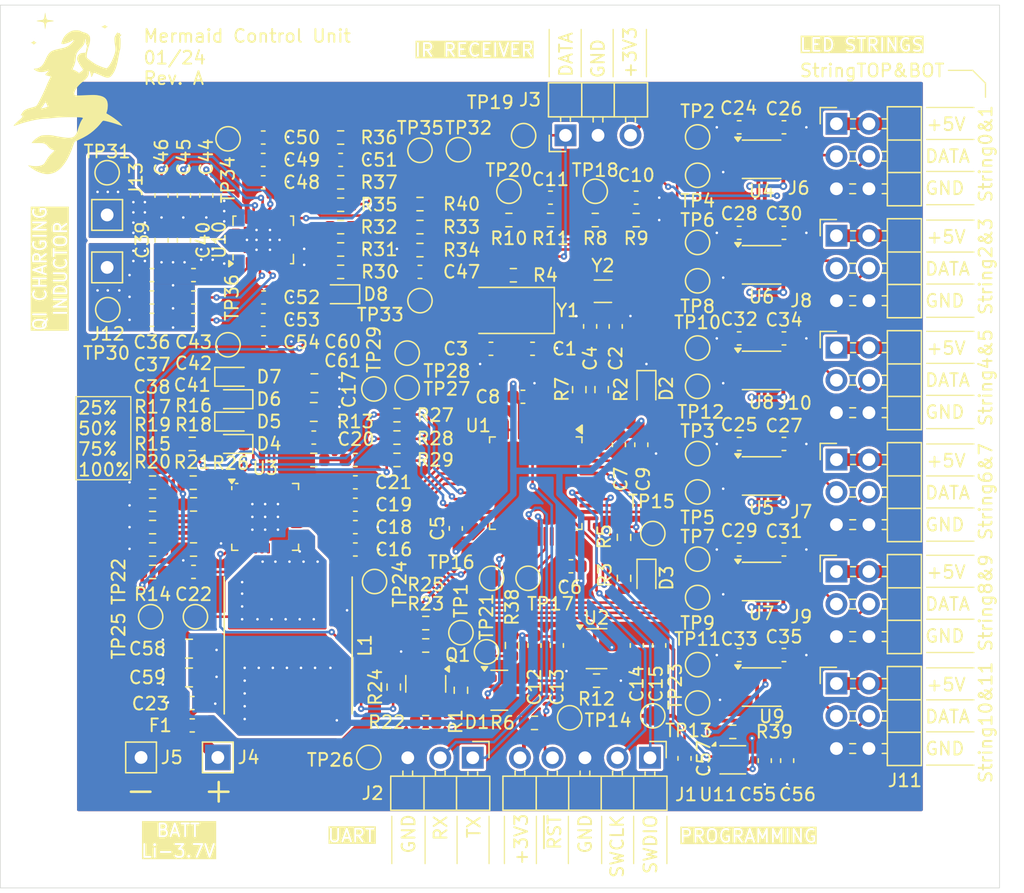
<source format=kicad_pcb>
(kicad_pcb (version 20240108) (generator "pcbnew") (generator_version "8.0")
  (layers (0 "F.Cu" signal) (31 "B.Cu" signal) (34 "B.Paste" user) (35 "F.Paste" user) (36 "B.SilkS" user "B.Silkscreen") (37 "F.SilkS" user "F.Silkscreen") (38 "B.Mask" user) (39 "F.Mask" user) (44 "Edge.Cuts" user))
  (net 0 "")
  (net 1 "/STM32/OSCIN")
  (net 2 "GND")
  (net 3 "/STM32/OSC32IN")
  (net 4 "/STM32/OSCOUT")
  (net 5 "/STM32/OSC32OUT")
  (net 6 "+3V3")
  (net 7 "/STM32/+5VSense")
  (net 8 "/STM32/+VbattSense")
  (net 9 "+BATT")
  (net 10 "+5V")
  (net 11 "/Wireless Charging/+5V_Charging")
  (net 12 "Net-(U3-BAT)")
  (net 13 "Net-(U10-AC1)")
  (net 14 "Net-(J12-Pin_1)")
  (net 15 "Net-(J13-Pin_1)")
  (net 16 "Net-(U10-COMM1)")
  (net 17 "Net-(U10-CLAMP1)")
  (net 18 "Net-(U10-BOOT1)")
  (net 19 "Net-(U10-BOOT2)")
  (net 20 "Net-(U10-CLAMP2)")
  (net 21 "Net-(U10-COMM2)")
  (net 22 "Net-(U10-TS{slash}CTRL)")
  (net 23 "Net-(U10-RECT)")
  (net 24 "Net-(U10-FOD)")
  (net 25 "Net-(D1-Pad1)")
  (net 26 "/Powering/LDO_EN")
  (net 27 "/STM32/powerOn")
  (net 28 "Net-(D2-A)")
  (net 29 "Net-(D3-A)")
  (net 30 "Net-(D4-K)")
  (net 31 "Net-(D4-A)")
  (net 32 "Net-(D6-K)")
  (net 33 "Net-(D8-K)")
  (net 34 "Net-(J4-Pin_1)")
  (net 35 "/STM32/nRST")
  (net 36 "/STM32/SWCLK")
  (net 37 "/STM32/SWDIO")
  (net 38 "/STM32/TX")
  (net 39 "/STM32/RX")
  (net 40 "/STM32/IR_Receiver")
  (net 41 "/Level Shifter/HVOUT1")
  (net 42 "/Level Shifter/HVOUT0")
  (net 43 "/Level Shifter/HVOUT6")
  (net 44 "/Level Shifter/HVOUT7")
  (net 45 "/Level Shifter/HVOUT2")
  (net 46 "/Level Shifter/HVOUT3")
  (net 47 "/Level Shifter/HVOUT8")
  (net 48 "/Level Shifter/HVOUT9")
  (net 49 "/Level Shifter/HVOUT5")
  (net 50 "/Level Shifter/HVOUT4")
  (net 51 "/Level Shifter/HVOUT11")
  (net 52 "/Level Shifter/HVOUT10")
  (net 53 "Net-(L1-Pad1)")
  (net 54 "Net-(Q1-D)")
  (net 55 "Net-(Q1-G)")
  (net 56 "/STM32/LED1")
  (net 57 "/STM32/LED2")
  (net 58 "Net-(U1-BOOT0)")
  (net 59 "Net-(U1-VBAT)")
  (net 60 "Net-(U3-RSET)")
  (net 61 "Net-(U3-VSET)")
  (net 62 "Net-(U3-VTHS)")
  (net 63 "Net-(U3-NTC)")
  (net 64 "/STM32/boostWkUp")
  (net 65 "Net-(U3-L3{slash}IRQ)")
  (net 66 "/STM32/IRQ_Boost")
  (net 67 "/STM32/I2C2_SCL")
  (net 68 "/STM32/I2C2_SDA")
  (net 69 "Net-(U10-~{CHG})")
  (net 70 "Net-(U10-EN2)")
  (net 71 "Net-(U10-ILIM)")
  (net 72 "/STM32/TIM2_CH1")
  (net 73 "/STM32/TIM3_CH3")
  (net 74 "/STM32/TIM2_CH2")
  (net 75 "/STM32/TIM3_CH4")
  (net 76 "/STM32/TIM2_CH3")
  (net 77 "/STM32/TIM4_CH1")
  (net 78 "/STM32/TIM2_CH4")
  (net 79 "/STM32/TIM4_CH2")
  (net 80 "/STM32/TIM3_CH1")
  (net 81 "/STM32/TIM4_CH3")
  (net 82 "/STM32/TIM3_CH2")
  (net 83 "/STM32/TIM4_CH4")
  (net 84 "Net-(U1-PA11)")
  (net 85 "Net-(U1-PA12)")
  (net 86 "+5V_SW")
  (net 96 "unconnected-(U3-DPA-Pad28)")
  (net 100 "unconnected-(U3-DMA-Pad27)")
  (net 103 "/STM32/+5V_EN")
  (net 104 "Net-(R33-Pad1)")
  (net 105 "Net-(C20-Pad1)")
  (footprint "TestPoint:TestPoint_THTPad_2.0x2.0mm_Drill1.0mm" (layer "F.Cu") (at 204 84 90)
    (property "Reference" "J4")
    (property "Value" "Batt+")
  )
  (footprint "Capacitor_SMD:C_0603_1608Metric" (layer "F.Cu") (at 237.1 59.5625 -90)
    (property "Reference" "C9")
    (property "Value" "10u")
  )
  (footprint "Library:PinHeader_2x03_P2.54mm_Horizontal_SmallSilk" (layer "F.Cu") (at 252.35 34.475)
    (property "Reference" "J6")
    (property "Value" "Conn_02x03_RightAngle")
  )
  (footprint "Resistor_SMD:R_0603_1608Metric" (layer "F.Cu") (at 213.6 46.05)
    (property "Reference" "R30")
    (property "Value" "1k")
  )
  (footprint "Capacitor_SMD:C_0603_1608Metric" (layer "F.Cu") (at 248.5 84.25 -90)
    (property "Reference" "C56")
    (property "Value" "10u")
  )
  (footprint "Resistor_SMD:R_0603_1608Metric" (layer "F.Cu") (at 213.6 40.8 180)
    (property "Reference" "R35")
    (property "Value" "110R")
  )
  (footprint "TestPoint:TestPoint_Pad_D1.5mm" (layer "F.Cu") (at 219.8 48.3)
    (property "Reference" "TP33")
    (property "Value" "TestPoint")
  )
  (footprint "TestPoint:TestPoint_Pad_D1.5mm" (layer "F.Cu") (at 241.5 43.75)
    (property "Reference" "TP6")
    (property "Value" "TestPoint")
  )
  (footprint "TestPoint:TestPoint_Pad_D1.5mm" (layer "F.Cu") (at 204.8 35.65)
    (property "Reference" "TP34")
    (property "Value" "TestPoint")
  )
  (footprint "Crystal:Crystal_SMD_3215-2Pin_3.2x1.5mm" (layer "F.Cu") (at 234.1 47.5625)
    (property "Reference" "Y2")
    (property "Value" "CM315D")
  )
  (footprint "Library:PinHeader_2x03_P2.54mm_Horizontal_SmallSilk" (layer "F.Cu") (at 252.35 78.225)
    (property "Reference" "J11")
    (property "Value" "Conn_02x03_RightAngle")
  )
  (footprint "Library:PinHeader_1x03_P2.54mm_Horizontal_SmallSilk" (layer "F.Cu") (at 223.925 84.025 -90)
    (property "Reference" "J2")
    (property "Value" "Conn_01x03")
  )
  (footprint "Resistor_SMD:R_0603_1608Metric" (layer "F.Cu") (at 233.6 78 180)
    (property "Reference" "R12")
    (property "Value" "100k")
  )
  (footprint "Capacitor_SMD:C_0805_2012Metric" (layer "F.Cu") (at 211.55 54.75)
    (property "Reference" "C60")
    (property "Value" "47u")
  )
  (footprint "Capacitor_SMD:C_0603_1608Metric" (layer "F.Cu") (at 213.6 37.3)
    (property "Reference" "C51")
    (property "Value" "100n")
  )
  (footprint "TestPoint:TestPoint_Pad_D1.5mm" (layer "F.Cu") (at 241.5 71.5)
    (property "Reference" "TP9")
    (property "Value" "TestPoint")
  )
  (footprint "LED_SMD:LED_0603_1608Metric" (layer "F.Cu") (at 237.5 70 -90)
    (property "Reference" "D3")
    (property "Value" "GREEN")
  )
  (footprint "LED_SMD:LED_0603_1608Metric" (layer "F.Cu") (at 213.6 47.8 180)
    (property "Reference" "D8")
    (property "Value" "RED")
  )
  (footprint "Library:PinHeader_1x03_P2.54mm_Horizontal_SmallSilk" (layer "F.Cu") (at 231.175 35.375 90)
    (property "Reference" "J3")
    (property "Value" "Conn_01x03")
  )
  (footprint "LED_SMD:LED_0603_1608Metric" (layer "F.Cu") (at 205.25 54.25)
    (property "Reference" "D7")
    (property "Value" "BLUE")
  )
  (footprint "LED_SMD:LED_0603_1608Metric" (layer "F.Cu") (at 205.25 56 180)
    (property "Reference" "D6")
    (property "Value" "BLUE")
  )
  (footprint "Capacitor_SMD:C_0603_1608Metric" (layer "F.Cu") (at 203.1 40.075 90)
    (property "Reference" "C44")
    (property "Value" "10n")
  )
  (footprint "Package_DFN_QFN:DFN-8-1EP_2x2mm_P0.5mm_EP1.05x1.75mm" (layer "F.Cu") (at 244.25 84.1875)
    (property "Reference" "U11")
    (property "Value" "NCP45520")
  )
  (footprint "TestPoint:TestPoint_Pad_D1.5mm" (layer "F.Cu") (at 241.5 38.5)
    (property "Reference" "TP4")
    (property "Value" "TestPoint")
  )
  (footprint "Capacitor_SMD:C_0805_2012Metric" (layer "F.Cu") (at 201.75 75.5 180)
    (property "Reference" "C58")
    (property "Value" "47u")
  )
  (footprint "Resistor_SMD:R_0603_1608Metric" (layer "F.Cu") (at 219.8 44.35)
    (property "Reference" "R34")
    (property "Value" "NTC 10k")
  )
  (footprint "Capacitor_SMD:C_0603_1608Metric" (layer "F.Cu") (at 248.25 34.75)
    (property "Reference" "C26")
    (property "Value" "100n")
  )
  (footprint "Resistor_SMD:R_0603_1608Metric" (layer "F.Cu") (at 218 59)
    (property "Reference" "R28")
    (property "Value" "D.N.P.")
  )
  (footprint "TestPoint:TestPoint_Pad_D1.5mm" (layer "F.Cu") (at 241.5 46.75)
    (property "Reference" "TP8")
    (property "Value" "TestPoint")
  )
  (footprint "Capacitor_SMD:C_0603_1608Metric" (layer "F.Cu") (at 214.75 67.75)
    (property "Reference" "C16")
    (property "Value" "22u")
  )
  (footprint "Capacitor_SMD:C_0603_1608Metric" (layer "F.Cu") (at 207.55 39.05)
    (property "Reference" "C48")
    (property "Value" "100n")
  )
  (footprint "TestPoint:TestPoint_Pad_D1.5mm" (layer "F.Cu") (at 195.4 49)
    (property "Reference" "TP30")
    (property "Value" "TestPoint")
  )
  (footprint "Capacitor_SMD:C_0603_1608Metric" (layer "F.Cu") (at 198.85 49.8)
    (property "Reference" "C38")
    (property "Value" "39n")
  )
  (footprint "Capacitor_SMD:C_0603_1608Metric" (layer "F.Cu") (at 228.75 75.25 -90)
    (property "Reference" "C12")
    (property "Value" "10u")
  )
  (footprint "TestPoint:TestPoint_Pad_D1.5mm" (layer "F.Cu") (at 241.5 76.75)
    (property "Reference" "TP11")
    (property "Value" "TestPoint")
  )
  (footprint "TestPoint:TestPoint_Pad_D1.5mm" (layer "F.Cu") (at 202.25 73 90)
    (property "Reference" "TP25")
    (property "Value" "TestPoint")
  )
  (footprint "Capacitor_SMD:C_0603_1608Metric" (layer "F.Cu") (at 202 79.75 180)
    (property "Reference" "C23")
    (property "Value" "22u")
  )
  (footprint "Package_SO:SSOP-8_2.95x2.8mm_P0.65mm" (layer "F.Cu") (at 246.5 53.75)
    (property "Reference" "U8")
    (property "Value" "SN74LVC2T45DCTR")
  )
  (footprint "Library:PinHeader_2x03_P2.54mm_Horizontal_SmallSilk" (layer "F.Cu") (at 252.35 51.975)
    (property "Reference" "J10")
    (property "Value" "Conn_02x03_RightAngle")
  )
  (footprint "LED_SMD:LED_0603_1608Metric" (layer "F.Cu") (at 205.25 59.5 180)
    (property "Reference" "D4")
    (property "Value" "BLUE")
  )
  (footprint "TestPoint:TestPoint_Pad_D1.5mm" (layer "F.Cu") (at 241.5 52)
    (property "Reference" "TP10")
    (property "Value" "TestPoint")
  )
  (footprint "Resistor_SMD:R_0603_1608Metric" (layer "F.Cu") (at 227 75.25 90)
    (property "Reference" "R38")
    (property "Value" "D.N.P.")
  )
  (footprint "Resistor_SMD:R_0603_1608Metric" (layer "F.Cu") (at 213.6 44.3)
    (property "Reference" "R31")
    (property "Value" "0R")
  )
  (footprint "Capacitor_SMD:C_0603_1608Metric" (layer "F.Cu") (at 244.75 76 180)
    (property "Reference" "C33")
    (property "Value" "100n")
  )
  (footprint "TestPoint:TestPoint_Pad_D1.5mm" (layer "F.Cu") (at 241.5 35.5)
    (property "Reference" "TP2")
    (property "Value" "TestPoint")
  )
  (footprint "Capacitor_SMD:C_0603_1608Metric" (layer "F.Cu") (at 202.1 46.3)
    (property "Reference" "C43")
    (property "Value" "10n")
  )
  (footprint "Capacitor_SMD:C_0603_1608Metric" (layer "F.Cu") (at 202.1 69.5 180)
    (property "Reference" "C22")
    (property "Value" "22u")
  )
  (footprint "TestPoint:TestPoint_Pad_D1.5mm" (layer "F.Cu") (at 215.8 84 -90)
    (property "Reference" "TP26")
    (property "Value" "TestPoint")
  )
  (footprint "Package_SO:SSOP-8_2.95x2.8mm_P0.65mm" (layer "F.Cu") (at 246.5 37.25)
    (property "Reference" "U4")
    (property "Value" "SN74LVC2T45DCTR")
  )
  (footprint "TestPoint:TestPoint_THTPad_2.0x2.0mm_Drill1.0mm" (layer "F.Cu") (at 195.35 45.7)
    (property "Reference" "J12")
    (property "Value" "Coil_1")
  )
  (footprint "Capacitor_SMD:C_0603_1608Metric" (layer "F.Cu") (at 225.35 52.0625 180)
    (property "Reference" "C3")
    (property "Value" "20p")
  )
  (footprint "Package_TO_SOT_SMD:SOT-23" (layer "F.Cu") (at 226 78.75)
    (property "Reference" "D1")
    (property "Value" "BAT54C")
  )
  (footprint "Package_DFN_QFN:Texas_VQFN-RHL-20_ThermalVias" (layer "F.Cu") (at 207.55 43.55 90)
    (property "Reference" "U10")
    (property "Value" "BQ51013C-Q1")
  )
  (footprint "Capacitor_SMD:C_0603_1608Metric" (layer "F.Cu") (at 201.35 40.075 90)
    (property "Reference" "C45")
    (property "Value" "470n")
  )
  (footprint "Fuse:Fuse_0603_1608Metric" (layer "F.Cu") (at 202 81.5 180)
    (property "Reference" "F1")
    (property "Value" "T5A")
  )
  (footprint "Package_QFP:LQFP-48_7x7mm_P0.5mm" (layer "F.Cu") (at 228.85 62.5625 -90)
    (property "Reference" "U1")
    (property "Value" "STM32F103CBTx")
  )
  (footprint "Crystal:Crystal_SMD_Abracon_ABM3-2Pin_5.0x3.2mm" (layer "F.Cu") (at 227.1 49.0625 180)
    (property "Reference" "Y1")
    (property "Value" "ABM3-8.000MHZ-D2Y-T")
  )
  (footprint "TestPoint:TestPoint_Pad_D1.5mm" (layer "F.Cu") (at 227.9 35.4)
    (property "Reference" "TP19")
    (property "Value" "TestPoint")
  )
  (footprint "Library:PinHeader_2x03_P2.54mm_Horizontal_SmallSilk" (layer "F.Cu") (at 252.35 43.225)
    (property "Reference" "J8")
    (property "Value" "Conn_02x03_RightAngle")
  )
  (footprint "Resistor_SMD:R_0603_1608Metric" (layer "F.Cu") (at 220.25 75.25)
    (property "Reference" "R23")
    (property "Value" "10k")
  )
  (footprint "TestPoint:TestPoint_Pad_D1.5mm" (layer "F.Cu") (at 238 80.75)
    (property "Reference" "TP23")
    (property "Value" "TestPoint")
  )
  (footprint "TestPoint:TestPoint_Pad_D1.5mm" (layer "F.Cu") (at 222.8 36.5)
    (property "Reference" "TP32")
    (property "Value" "TestPoint")
  )
  (footprint "Resistor_SMD:R_0603_1608Metric" (layer "F.Cu") (at 213.6 35.55)
    (property "Reference" "R36")
    (property "Value" "42.2k")
  )
  (footprint "LED_SMD:LED_0603_1608Metric" (layer "F.Cu") (at 205.25 57.75)
    (property "Reference" "D5")
    (property "Value" "BLUE")
  )
  (footprint "Capacitor_SMD:C_0603_1608Metric" (layer "F.Cu") (at 199.6 40.075 90)
    (property "Reference" "C46")
    (property "Value" "22n")
  )
  (footprint "Resistor_SMD:R_0603_1608Metric" (layer "F.Cu") (at 211.5 60.75 180)
    (property "Reference" "R13")
    (property "Value" "2R")
  )
  (footprint "Capacitor_SMD:C_0603_1608Metric" (layer "F.Cu") (at 207.575 51.55)
    (property "Reference" "C54")
    (property "Value" "10u")
  )
  (footprint "Capacitor_SMD:C_0805_2012Metric" (layer "F.Cu") (at 201.75 77.75 180)
    (property "Reference" "C59")
    (property "Value" "47u")
  )
  (footprint "TestPoint:TestPoint_Pad_D1.5mm" (layer "F.Cu") (at 198.75 73 90)
    (property "Reference" "TP22")
    (property "Value" "TestPoint")
  )
  (footprint "Capacitor_SMD:C_0603_1608Metric" (layer "F.Cu") (at 248.25 59.5)
    (property "Reference" "C27")
    (property "Value" "100n")
  )
  (footprint "Package_SO:SSOP-8_2.95x2.8mm_P0.65mm" (layer "F.Cu") (at 246.5 45.5)
    (property "Reference" "U6")
    (property "Value" "SN74LVC2T45DCTR")
  )
  (footprint "Capacitor_SMD:C_0603_1608Metric" (layer "F.Cu") (at 236.7 40.25)
    (property "Reference" "C10")
    (property "Value" "100n")
  )
  (footprint "Resistor_SMD:R_0603_1608Metric" (layer "F.Cu") (at 236.7 42 180)
    (property "Reference" "R9")
    (property "Value" "100k")
  )
  (footprint "Resistor_SMD:R_0603_1608Metric" (layer "F.Cu") (at 235.75 66.8 90)
    (property "Reference" "R5")
    (property "Value" "0R")
  )
  (footprint "Capacitor_SMD:C_0603_1608Metric" (layer "F.Cu") (at 228.6 52.0625)
    (property "Reference" "C1")
    (property "Value" "20p")
  )
  (footprint "TestPoint:TestPoint_Pad_D1.5mm" (layer "F.Cu") (at 241.5 60.25)
    (property "Reference" "TP3")
    (property "Value" "TestPoint")
  )
  (footprint "TestPoint:TestPoint_Pad_D1.5mm" (layer "F.Cu") (at 226.75 39.75)
    (property "Reference" "TP20")
    (property "Value" "TestPoint")
  )
  (footprint "Capacitor_SMD:C_0603_1608Metric" (layer "F.Cu") (at 248.25 67.75)
    (property "Reference" "C31")
    (property "Value" "100n")
  )
  (footprint "Capacitor_SMD:C_0603_1608Metric" (layer "F.Cu") (at 207.575 48.05)
    (property "Reference" "C52")
    (property "Value" "100n")
  )
  (footprint "TestPoint:TestPoint_Pad_D1.5mm" (layer "F.Cu") (at 223 74.25)
    (property "Reference" "TP1")
    (property "Value" "TestPoint")
  )
  (footprint "Resistor_SMD:R_0603_1608Metric" (layer "F.Cu") (at 232.25 55.25 -90)
    (property "Reference" "R7")
    (property "Value" "0R")
  )
  (footprint "Capacitor_SMD:C_0603_1608Metric" (layer "F.Cu") (at 198.85 46.3)
    (property "Reference" "C36")
    (property "Value" "68n")
  )
  (footprint "Resistor_SMD:R_0603_1608Metric" (layer "F.Cu") (at 219.8 40.75 180)
    (property "Reference" "R40")
    (property "Value" "62k")
  )
  (footprint "Capacitor_SMD:C_0603_1608Metric" (layer "F.Cu") (at 248.25 43)
    (property "Reference" "C30")
    (property "Value" "100n")
  )
  (footprint "Capacitor_SMD:C_0603_1608Metric" (layer "F.Cu") (at 214.75 66)
    (property "Reference" "C18")
    (property "Value" "22u")
  )
  (footprint "TestPoint:TestPoint_Pad_D1.5mm" (layer "F.Cu") (at 241.5 55)
    (property "Reference" "TP12")
    (property "Value" "TestPoint")
  )
  (footprint "Resistor_SMD:R_0603_1608Metric" (layer "F.Cu") (at 228.75 81.3 180)
    (property "Reference" "R6")
    (property "Value" "10k")
  )
  (footprint "Inductor_SMD:L_PCC-M1040M-LP" (layer "F.Cu") (at 209.5 75.25 -90)
    (property "Reference" "L1")
    (property "Value" "1uH")
  )
  (footprint "Resistor_SMD:R_0603_1608Metric" (layer "F.Cu") (at 235.75 70 -90)
    (property "Reference" "R3")
    (property "Value" "470R")
  )
  (footprint "Capacitor_SMD:C_0603_1608Metric" (layer "F.Cu") (at 231.6 69.0625 180)
    (property "Reference" "C6")
    (property "Value" "100n")
  )
  (footprint "Resistor_SMD:R_0603_1608Metric" (layer "F.Cu") (at 202.1 67.75 180)
    (property "Reference" "R21")
    (property "Value" "NTC 100k")
  )
  (footprint "Capacitor_SMD:C_0603_1608Metric" (layer "F.Cu") (at 235.35 59.5625 -90)
    (property "Reference" "C7")
    (property "Value" "100n")
  )
  (footprint "TestPoint:TestPoint_Pad_D1.5mm" (layer "F.Cu") (at 238 66.5)
    (property "Reference" "TP15")
    (property "Value" "TestPoint")
  )
  (footprint "Resistor_SMD:R_0603_1608Metric" (layer "F.Cu") (at 217.75 78.5 90)
    (property "Reference" "R24")
    (property "Value" "D.N.P.")
  )
  (footprint "Capacitor_SMD:C_0603_1608Metric" (layer "F.Cu") (at 248.25 51.25)
    (property "Reference" "C34")
    (property "Value" "100n")
  )
  (footprint "TestPoint:TestPoint_Pad_D1.5mm" (layer "F.Cu") (at 218.8 52.4 90)
    (property "Reference" "TP28")
    (property "Value" "TestPoint")
  )
  (footprint "TestPoint:TestPoint_Pad_D1.5mm" (layer "F.Cu") (at 233.5 39.75)
    (property "Reference" "TP18")
    (property "Value" "TestPoint")
  )
  (footprint "Resistor_SMD:R_0603_1608Metric" (layer "F.Cu") (at 244.25 82)
    (property "Reference" "R39")
    (property "Value" "D.N.P.")
  )
  (footprint "Capacitor_SMD:C_0603_1608Metric" (layer "F.Cu") (at 214.75 60.75)
    (property "Reference" "C20")
    (property "Value" "10u")
  )
  (footprint "Capacitor_SMD:C_0603_1608Metric" (layer "F.Cu") (at 199.6 43.575 90)
    (property "Reference" "C39")
    (property "Value" "2n2")
  )
  (footprint "Resistor_SMD:R_0603_1608Metric" (layer "F.Cu") (at 198.9 66 180)
    (property "Reference" "R15")
    (property "Value" "D.N.P.")
  )
  (footprint "TestPoint:TestPoint_Pad_D1.5mm" (layer "F.Cu") (at 204.8 51.75)
    (property "Reference" "TP36")
    (property "Value" "TestPoint")
  )
  (footprint "Package_SO:SSOP-8_2.95x2.8mm_P0.65mm" (layer "F.Cu") (at 246.5 62)
    (property "Reference" "U5")
    (property "Value" "SN74LVC2T45DCTR")
  )
  (footprint "Resistor_SMD:R_0603_1608Metric" (layer "F.Cu") (at 223 78.75 90)
    (property "Reference" "R1")
    (property "Value" "22k")
  )
  (footprint "Capacitor_SMD:C_0603_1608Metric" (layer "F.Cu") (at 244.75 67.75 180)
    (property "Reference" "C29")
    (property "Value" "100n")
  )
  (footprint "TestPoint:TestPoint_Pad_D1.5mm" (layer "F.Cu") (at 195.35 38.3)
    (property "Reference" "TP31")
    (property "Value" "TestPoint")
  )
  (footprint "TestPoint:TestPoint_Pad_D1.5mm" (layer "F.Cu") (at 216.25 70.25 90)
    (property "Reference" "TP24")
    (property "Value" "TestPoint")
  )
  (footprint "Resistor_SMD:R_0603_1608Metric" (layer "F.Cu") (at 218 60.75)
    (property "Reference" "R29")
    (property "Value" "D.N.P.")
  )
  (footprint "Capacitor_SMD:C_0603_1608Metric" (layer "F.Cu") (at 227.85 55.8125)
    (property "Reference" "C8")
    (property "Value" "100n")
  )
  (footprint "TestPoint:TestPoint_Pad_D1.5mm" (layer "F.Cu") (at 241.5 63.25)
    (property "Reference" "TP5")
    (property "Value" "TestPoint")
  )
  (footprint "Capacitor_SMD:C_0603_1608Metric" (layer "F.Cu") (at 211.5 59)
    (property "Reference" "C17")
    (property "Value" "10u")
  )
  (footprint "Resistor_SMD:R_0603_1608Metric" (layer "F.Cu") (at 213.6 42.55)
    (property "Reference" "R32")
    (property "Value" "D.N.P.")
  )
  (footprint "Resistor_SMD:R_0603_1608Metric" (layer "F.Cu") (at 230 42 180)
    (property "Reference" "R11")
    (property "Value" "100k")
  )
  (footprint "Capacitor_SMD:C_0603_1608Metric" (layer "F.Cu") (at 230 40.25)
    (property "Reference" "C11")
    (property "Value" "100n")
  )
  (footprint "TestPoint:TestPoint_Pad_D1.5mm" (layer "F.Cu") (at 228.25 70)
    (property "Reference" "TP17")
    (property "Value" "TestPoint")
  )
  (footprint "Package_SO:SSOP-8_2.95x2.8mm_P0.65mm" (layer "F.Cu") (at 246.5 70.25)
    (property "Reference" "U7")
    (property "Value" "SN74LVC2T45DCTR")
  )
  (footprint "Resistor_SMD:R_0603_1608Metric" (layer "F.Cu") (at 198.9 62.525 180)
    (property "Reference" "R17")
    (property "Value" "D.N.P.")
  )
  (footprint "Capacitor_SMD:C_0603_1608Metric" (layer "F.Cu") (at 207.55 37.3)
    (property "Reference" "C49")
    (property "Value" "10u")
  )
  (footprint "Resistor_SMD:R_0603_1608Metric" (layer "F.Cu") (at 202.1 64.225 180)
    (property "Reference" "R18")
    (property "Value" "D.N.P.")
  )
  (footprint "Capacitor_SMD:C_0603_1608Metric" (layer "F.Cu") (at 244.75 59.5 180)
    (property "Reference" "C25")
    (property "Value" "100n")
  )
  (footprint "Capacitor_SMD:C_0603_1608Metric" (layer "F.Cu") (at 222.6 66.1 90)
    (property "Reference" "C5")
    (property "Value" "100n")
  )
  (footprint "Resistor_SMD:R_0603_1608Metric" (layer "F.Cu") (at 220.25 81.25)
    (property "Reference" "R22")
    (property "Value" "D.N.P.")
  )
  (footprint "Capacitor_SMD:C_0805_2012Metric" (layer "F.Cu") (at 211.5 57)
    (property "Reference" "C61")
    (property "Value" "47u")
  )
  (footprint "Capacitor_SMD:C_0603_1608Metric" (layer "F.Cu") (at 244.75 51.25 180)
    (property "Reference" "C32")
    (property "Value" "100n")
  )
  (footprint "Capacitor_SMD:C_0603_1608Metric" (layer "F.Cu") (at 244.75 43 180)
    (property "Reference" "C28")
    (property "Value" "100n")
  )
  (footprint "TestPoint:TestPoint_Pad_D1.5mm" (layer "F.Cu") (at 231.5 80.9)
    (property "Reference" "TP14")
    (property "Value" "TestPoint")
  )
  (footprint "Library:PinHeader_2x03_P2.54mm_Horizontal_SmallSilk" (layer "F.Cu") (at 252.35 60.725)
    (property "Reference" "J7")
    (property "Value" "Conn_02x03_RightAngle")
  )
  (footprint "Capacitor_SMD:C_0603_1608Metric" (layer "F.Cu") (at 248.25 76)
    (property "Reference" "C35")
    (property "Value" "100n")
  )
  (footprint "Resistor_SMD:R_0603_1608Metric" (layer "F.Cu") (at 198.9 69.5 180)
    (property "Reference" "R14")
    (property "Value" "0R")
  )
  (footprint "TestPoint:TestPoint_Pad_D1.5mm" (layer "F.Cu") (at 241.5 68.5)
    (property "Reference" "TP7")
    (property "Value" "TestPoint")
  )
  (footprint "Library:AuroraSymbol10mm" (layer "F.Cu") (at 192.447701 32.239628)
    (property "Reference" "G***" (hide yes))
    (property "Value" "LOGO" (hide yes))
  )
  (footprint "Capacitor_SMD:C_0603_1608Metric" (layer "F.Cu") (at 201.35 43.575 90)
    (property "Reference" "C40")
    (property "Value" "100p")
  )
  (footprint "TestPoint:TestPoint_THTPad_2.0x2.0mm_Drill1.0mm" (layer "F.Cu") (at 195.35 41.6)
    (property "Reference" "J13")
    (property "Value" "Coil_2")
  )
  (footprint "Capacitor_SMD:C_0603_1608Metric" (layer "F.Cu") (at 214.75 62.5)
    (property "Reference" "C21")
    (property "Value" "22u")
  )
  (footprint "Capacitor_SMD:C_0603_1608Metric" (layer "F.Cu") (at 219.8 46.05 180)
    (property "Reference" "C47")
    (property "Value" "100n")
  )
  (footprint "Capacitor_SMD:C_0603_1608Metric" (layer "F.Cu") (at 207.55 35.55)
    (property "Reference" "C50")
    (property "Value" "10u")
  )
  (footprint "Resistor_SMD:R_0603_1608Metric" (layer "F.Cu") (at 227.1 46.3125 180)
    (property "Reference" "R4")
    (property "Value" "1M")
  )
  (footprint "Resistor_SMD:R_0603_1608Metric" (layer "F.Cu") (at 198.9 64.25 180)
    (property "Reference" "R19")
    (property "Value" "D.N.P.")
  )
  (footprint "Package_DFN_QFN:QFN-32-1EP_5x5mm_P0.5mm_EP3.6x3.6mm_ThermalVias" (layer "F.Cu") (at 207.7 65.2)
    (property "Reference" "U3")
    (property "Value" "IP5310")
  )
  (footprint "TestPoint:TestPoint_Pad_D1.5mm" (layer "F.Cu") (at 225 75.75)
    (property "Reference" "TP21")
    (property "Value" "TestPoint")
  )
  (footprint "Capacitor_SMD:C_0603_1608Metric" (layer "F.Cu") (at 233.1 50.3125 90)
    (property "Reference" "C4")
    (property "Value" "20p")
  )
  (footprint "TestPoint:TestPoint_THTPad_2.0x2.0mm_Drill1.0mm" (layer "F.Cu") (at 198 84 90)
    (property "Reference" "J5")
    (property "Value" "Batt-")
  )
  (footprint "TestPoint:TestPoint_Pad_D1.5mm" (layer "F.Cu") (at 225.4 70)
    (property "Reference" "TP16")
    (property "Value" "TestPoint")
  )
  (footprint "Capacitor_SMD:C_0603_1608Metric" (layer "F.Cu") (at 202.1 48.05)
    (property "Reference" "C42")
    (property "Value" "470n")
  )
  (footprint "Capacitor_SMD:C_0603_1608Metric" (layer "F.Cu") (at 238.5 75.25 -90)
    (property "Reference" "C15")
    (property "Value" "10u")
  )
  (footprint "Library:PinHeader_1x05_P2.54mm_Horizontal_SmallSilk" (layer "F.Cu") (at 237.775 84.025 -90)
    (property "Reference" "J1")
    (property "Value" "Conn_01x05")
  )
  (footprint "TestPoint:TestPoint_Pad_D1.5mm" (layer "F.Cu") (at 241.5 79.75)
    (property "Reference" "TP13")
    (property "Value" "TestPoint")
  )
  (footprint "Resistor_SMD:R_0603_1608Metric" (layer "F.Cu") (at 226.75 42 180)
    (property "Reference" "R10")
    (property "Value" "100k")
  )
  (footprint "Resistor_SMD:R_0603_1608Metric" (layer "F.Cu") (at 213.6 39.05 180)
    (property "Reference" "R37")
    (property "Value" "200R")
  )
  (footprint "Capacitor_SMD:C_0603_1608Metric" (layer "F.Cu") (at 198.85 48.05)
    (property "Reference" "C37")
    (property "Value" "47n")
  )
  (footprint "Library:PinHeader_2x03_P2.54mm_Horizontal_SmallSilk" (layer "F.Cu") (at 252.35 69.475)
    (property "Reference" "J9")
    (property "Value" "Conn_02x03_RightAngle")
  )
  (footprint "Resistor_SMD:R_0603_1608Metric" (layer "F.Cu") (at 219.8 42.55 180)
    (property "Reference" "R33")
    (property "Value" "3.4k")
  )
  (footprint "Capacitor_SMD:C_0603_1608Metric" (layer "F.Cu") (at 246.75 84.25 -90)
    (property "Reference" "C55")
    (property "Value" "1u")
  )
  (footprint "Capacitor_SMD:C_0603_1608Metric" (layer "F.Cu") (at 207.55 49.8)
    (property "Reference" "C53")
    (property "Value" "1u")
  )
  (footprint "LED_SMD:LED_0603_1608Metric" (layer "F.Cu") (at 237.5 55.25 -90)
    (property "Reference" "D2")
    (property "Value" "RED")
  )
  (footprint "Resistor_SMD:R_0603_1608Metric" (layer "F.Cu") (at 202.075 62.525 180)
    (property "Reference" "R16")
    (property "Value" "D.N.P.")
  )
  (footprint "Resistor_SMD:R_0603_1608Metric" (layer "F.Cu") (at 198.9 67.75 180)
    (property "Reference" "R20")
    (property "Value" "82k")
  )
  (footprint "Package_TO_SOT_SMD:SOT-23" (layer "F.Cu") (at 220.25 78.25 -90)
    (property "Reference" "Q1")
    (property "Value" "IRLML6244")
  )
  (footprint "Resistor_SMD:R_0603_1608Metric" (layer "F.Cu") (at 220.25 73.5 180)
    (property "Reference" "R25")
    (property "Value" "110R")
  )
  (footprint "Resistor_SMD:R_0603_1608Metric" (layer "F.Cu") (at 218 57.25)
    (property "Reference" "R27")
    (property "Value" "D.N.P.")
  )
  (footprint "Capacitor_SMD:C_0603_1608Metric" (layer "F.Cu") (at 236.75 75.25 -90)
    (property "Reference" "C14")
    (property "Value" "1u")
  )
  (footprint "Capacitor_SMD:C_0603_1608Metric" (layer "F.Cu") (at 240.475 84.075 -90)
    (property "Reference" "C57")
    (property "Value" "1u")
  )
  (footprint "Capacitor_SMD:C_0603_1608Metric" (layer "F.Cu") (at 244.75 34.75 180)
    (property "Reference" "C24")
    (property "Value" "100n")
  )
  (footprint "TestPoint:TestPoint_Pad_D1.5mm" (layer "F.Cu") (at 216.2 55.2 90)
    (property "Reference" "TP29")
    (property "Value" "TestPoint")
  )
  (footprint "TestPoint:TestPoint_Pad_D1.5mm" (layer "F.Cu") (at 219.8 36.55)
    (property "Reference" "TP35")
    (property "Value" "TestPoint")
  )
  (footprint "Capacitor_SMD:C_0603_1608Metric" (layer "F.Cu") (at 230.5 75.25 -90)
    (property "Reference" "C13")
    (property "Value" "1u")
  )
  (footprint "Resistor_SMD:R_0603_1608Metric" (layer "F.Cu") (at 234 55.25 90)
    (property "Reference" "R2")
    (property "Value" "470R")
  )
  (footprint "Package_SO:SSOP-8_2.95x2.8mm_P0.65mm" (layer "F.Cu") (at 246.5 78.5)
    (property "Reference" "U9")
    (property "Value" "SN74LVC2T45DCTR")
  )
  (footprint "Capacitor_SMD:C_0603_1608Metric" (layer "F.Cu") (at 214.75 64.25)
    (property "Reference" "C19")
    (property "Value" "22u")
  )
  (footprint "Package_TO_SOT_SMD:SOT-23-5" (layer "F.Cu") (at 233.6 75.5)
    (property "Reference" "U2")
    (property "Value" "AP2112K-3.3")
  )
  (footprint "TestPoint:TestPoint_Pad_D1.5mm" (layer "F.Cu") (at 218.8 55.1 90)
    (property "Reference" "TP27")
    (property "Value" "TestPoint")
  )
  (footprint "Capacitor_SMD:C_0603_1608Metric" (layer "F.Cu") (at 202.1 49.8)
    (property "Reference" "C41")
    (property "Value" "22n")
  )
  (footprint "Capacitor_SMD:C_0603_1608Metric" (layer "F.Cu") (at 235.1 50.3125 90)
    (property "Reference" "C2")
    (property "Value" "20p")
  )
  (footprint "Resistor_SMD:R_0603_1608Metric" (layer "F.Cu") (at 202 59.5)
    (property "Reference" "R26")
    (property "Value" "1k")
  )
  (footprint "Resistor_SMD:R_0603_1608Metric" (layer "F.Cu") (at 233.5 42 180)
    (property "Reference" "R8")
    (property "Value" "100k")
  )
  (gr_line (start 264 31.3) (end 264 32.4) (stroke (width 0.1)) (layer "F.SilkS"))
  (gr_line (start 239.1 88.6) (end 239.1 92.3) (stroke (width 0.1)) (layer "F.SilkS"))
  (gr_line (start 259.4 68.2) (end 263.1 68.2) (stroke (width 0.1)) (layer "F.SilkS"))
  (gr_line (start 261.1 30.3) (end 263 30.3) (stroke (width 0.1)) (layer "F.SilkS"))
  (gr_line (start 259.4 55.7) (end 263.1 55.7) (stroke (width 0.1)) (layer "F.SilkS"))
  (gr_line (start 226.4 88.6) (end 226.4 92.3) (stroke (width 0.1)) (layer "F.SilkS"))
  (gr_line (start 232.4 30.8) (end 232.4 27.1) (stroke (width 0.1)) (layer "F.SilkS"))
  (gr_line (start 259.4 53.2) (end 263.1 53.2) (stroke (width 0.1)) (layer "F.SilkS"))
  (gr_line (start 234.9 30.8) (end 234.9 27.1) (stroke (width 0.1)) (layer "F.SilkS"))
  (gr_line (start 259.4 62) (end 263.1 62) (stroke (width 0.1)) (layer "F.SilkS"))
  (gr_line (start 222.7 88.6) (end 222.7 92.3) (stroke (width 0.1)) (layer "F.SilkS"))
  (gr_line (start 259.4 44.5) (end 263.1 44.5) (stroke (width 0.1)) (layer "F.SilkS"))
  (gr_line (start 259.4 70.7) (end 263.1 70.7) (stroke (width 0.1)) (layer "F.SilkS"))
  (gr_line (start 259.4 67.1) (end 263.1 67.1) (stroke (width 0.1)) (layer "F.SilkS"))
  (gr_line (start 259.4 33.2) (end 263.1 33.2) (stroke (width 0.1)) (layer "F.SilkS"))
  (gr_line (start 259.4 59.5) (end 263.1 59.5) (stroke (width 0.1)) (layer "F.SilkS"))
  (gr_line (start 225.2 88.6) (end 225.2 92.3) (stroke (width 0.1)) (layer "F.SilkS"))
  (gr_line (start 259.4 77) (end 263.1 77) (stroke (width 0.1)) (layer "F.SilkS"))
  (gr_line (start 263 30.3) (end 264 31.3) (stroke (width 0.1)) (layer "F.SilkS"))
  (gr_line (start 237.5 30.8) (end 237.5 27.1) (stroke (width 0.1)) (layer "F.SilkS"))
  (gr_line (start 220.2 88.6) (end 220.2 92.3) (stroke (width 0.1)) (layer "F.SilkS"))
  (gr_line (start 259.4 73.2) (end 263.1 73.2) (stroke (width 0.1)) (layer "F.SilkS"))
  (gr_line (start 197.2 62.3) (end 192.9 62.3) (stroke (width 0.1)) (layer "F.SilkS"))
  (gr_line (start 259.4 40.8) (end 263.1 40.8) (stroke (width 0.1)) (layer "F.SilkS"))
  (gr_line (start 234 88.6) (end 234 92.3) (stroke (width 0.1)) (layer "F.SilkS"))
  (gr_line (start 231.4 88.6) (end 231.4 92.3) (stroke (width 0.1)) (layer "F.SilkS"))
  (gr_line (start 259.4 64.5) (end 263.1 64.5) (stroke (width 0.1)) (layer "F.SilkS"))
  (gr_line (start 259.4 58.3) (end 263.1 58.3) (stroke (width 0.1)) (layer "F.SilkS"))
  (gr_line (start 229.9 30.8) (end 229.9 27.1) (stroke (width 0.1)) (layer "F.SilkS"))
  (gr_line (start 259.4 42) (end 263.1 42) (stroke (width 0.1)) (layer "F.SilkS"))
  (gr_line (start 192.9 55.8) (end 197.2 55.8) (stroke (width 0.1)) (layer "F.SilkS"))
  (gr_line (start 259.4 47) (end 263.1 47) (stroke (width 0.1)) (layer "F.SilkS"))
  (gr_line (start 259.4 50.7) (end 263.1 50.7) (stroke (width 0.1)) (layer "F.SilkS"))
  (gr_line (start 259.4 75.8) (end 263.1 75.8) (stroke (width 0.1)) (layer "F.SilkS"))
  (gr_line (start 197.2 55.8) (end 197.2 62.3) (stroke (width 0.1)) (layer "F.SilkS"))
  (gr_line (start 192.9 62.3) (end 192.9 55.8) (stroke (width 0.1)) (layer "F.SilkS"))
  (gr_line (start 259.4 35.7) (end 263.1 35.7) (stroke (width 0.1)) (layer "F.SilkS"))
  (gr_line (start 259.4 82) (end 263.1 82) (stroke (width 0.1)) (layer "F.SilkS"))
  (gr_line (start 236.5 88.6) (end 236.5 92.3) (stroke (width 0.1)) (layer "F.SilkS"))
  (gr_line (start 259.4 38.2) (end 263.1 38.2) (stroke (width 0.1)) (layer "F.SilkS"))
  (gr_line (start 228.9 88.6) (end 228.9 92.3) (stroke (width 0.1)) (layer "F.SilkS"))
  (gr_line (start 217.6 88.6) (end 217.6 92.3) (stroke (width 0.1)) (layer "F.SilkS"))
  (gr_line (start 259.4 79.5) (end 263.1 79.5) (stroke (width 0.1)) (layer "F.SilkS"))
  (gr_line (start 259.4 49.6) (end 263.1 49.6) (stroke (width 0.1)) (layer "F.SilkS"))
  (gr_line (start 259.4 84.6) (end 263.1 84.6) (stroke (width 0.1)) (layer "F.SilkS"))
  (gr_rect (start 187 25.2) (end 265.1 94.2) (stroke (width 0.05)) (fill none) (layer "Edge.Cuts"))
  (gr_text "String0&1" (at 264.6 40.7 90) (layer "F.SilkS") (effects (font (size 1 1)) (justify left bottom)))
  (gr_text "LED STRINGS" (at 249.4 28.9 0) (layer "F.SilkS" knockout) (effects (font (size 1 1)) (justify left bottom)))
  (gr_text "+5V" (at 259.3 78.9 0) (layer "F.SilkS") (effects (font (size 1 1)) (justify left bottom)))
  (gr_text "SWCLK" (at 235.8 93.5 90) (layer "F.SilkS") (effects (font (size 1 1)) (justify left bottom)))
  (gr_text "String4&5" (at 264.6 58.2 90) (layer "F.SilkS") (effects (font (size 1 1)) (justify left bottom)))
  (gr_text "GND" (at 259.2 83.9 0) (layer "F.SilkS") (effects (font (size 1 1)) (justify left bottom)))
  (gr_text "DATA" (at 259.2 81.4 0) (layer "F.SilkS") (effects (font (size 1 1)) (justify left bottom)))
  (gr_text "+3V3" (at 236.8 31 90) (layer "F.SilkS") (effects (font (size 1 1)) (justify left bottom)))
  (gr_text "+5V" (at 259.3 61.4 0) (layer "F.SilkS") (effects (font (size 1 1)) (justify left bottom)))
  (gr_text "~{RST}" (at 230.9 91.3 90) (layer "F.SilkS") (effects (font (size 1 1)) (justify left bottom)))
  (gr_text "+5V" (at 259.3 43.9 0) (layer "F.SilkS") (effects (font (size 1 1)) (justify left bottom)))
  (gr_text "GND" (at 233.3 91.6 90) (layer "F.SilkS") (effects (font (size 1 1)) (justify left bottom)))
  (gr_text "DATA" (at 259.2 37.6 0) (layer "F.SilkS") (effects (font (size 1 1)) (justify left bottom)))
  (gr_text "Mermaid Control Unit" (at 198.1 28.2 0) (layer "F.SilkS") (effects (font (size 1 1)) (justify left bottom)))
  (gr_text "QI CHARGING\nINDUCTOR" (at 192.3 45.8 90) (layer "F.SilkS" knockout) (effects (font (size 1 1)) (justify bottom)))
  (gr_text "+5V" (at 259.3 70.1 0) (layer "F.SilkS") (effects (font (size 1 1)) (justify left bottom)))
  (gr_text "GND" (at 259.2 57.6 0) (layer "F.SilkS") (effects (font (size 1 1)) (justify left bottom)))
  (gr_text "GND" (at 259.2 48.9 0) (layer "F.SilkS") (effects (font (size 1 1)) (justify left bottom)))
  (gr_text "DATA" (at 259.2 63.9 0) (layer "F.SilkS") (effects (font (size 1 1)) (justify left bottom)))
  (gr_text "GND" (at 259.2 40.1 0) (layer "F.SilkS") (effects (font (size 1 1)) (justify left bottom)))
  (gr_text "SWDIO" (at 238.4 93.2 90) (layer "F.SilkS") (effects (font (size 1 1)) (justify left bottom)))
  (gr_text "DATA" (at 259.2 46.4 0) (layer "F.SilkS") (effects (font (size 1 1)) (justify left bottom)))
  (gr_text "GND" (at 259.2 66.4 0) (layer "F.SilkS") (effects (font (size 1 1)) (justify left bottom)))
  (gr_text "String6&7" (at 264.6 67.1 90) (layer "F.SilkS") (effects (font (size 1 1)) (justify left bottom)))
  (gr_text "BATT\nLi-3.7V" (at 200.9 91.9 0) (layer "F.SilkS" knockout) (effects (font (size 1 1)) (justify bottom)))
  (gr_text "TX" (at 224.6 90.4 90) (layer "F.SilkS") (effects (font (size 1 1)) (justify left bottom)))
  (gr_text "+5V" (at 259.3 52.6 0) (layer "F.SilkS") (effects (font (size 1 1)) (justify left bottom)))
  (gr_text "+5V" (at 259.3 35.1 0) (layer "F.SilkS") (effects (font (size 1 1)) (justify left bottom)))
  (gr_text "StringTOP&BOT" (at 249.4 30.9 0) (layer "F.SilkS") (effects (font (size 1 1)) (justify left bottom)))
  (gr_text "+3V3" (at 228.3 92.5 90) (layer "F.SilkS") (effects (font (size 1 1)) (justify left bottom)))
  (gr_text "String2&3" (at 264.6 49.5 90) (layer "F.SilkS") (effects (font (size 1 1)) (justify left bottom)))
  (gr_text "DATA" (at 259.2 72.6 0) (layer "F.SilkS") (effects (font (size 1 1)) (justify left bottom)))
  (gr_text "GND" (at 219.5 91.6 90) (layer "F.SilkS") (effects (font (size 1 1)) (justify left bottom)))
  (gr_text "25%\n50%\n75%\n100%" (at 193 62.1 0) (layer "F.SilkS") (effects (font (size 1 1)) (justify left bottom)))
  (gr_text "GND" (at 259.2 75.1 0) (layer "F.SilkS") (effects (font (size 1 1)) (justify left bottom)))
  (gr_text "DATA" (at 231.8 30.9 90) (layer "F.SilkS") (effects (font (size 1 1)) (justify left bottom)))
  (gr_text "DATA" (at 259.2 55.1 0) (layer "F.SilkS") (effects (font (size 1 1)) (justify left bottom)))
  (gr_text "RX" (at 222 90.6 90) (layer "F.SilkS") (effects (font (size 1 1)) (justify left bottom)))
  (gr_text "PROGRAMMING" (at 240 90.725 0) (layer "F.SilkS" knockout) (effects (font (size 1 1)) (justify left bottom)))
  (gr_text "String8&9" (at 264.6 75.8 90) (layer "F.SilkS") (effects (font (size 1 1)) (justify left bottom)))
  (gr_text "01/24" (at 198.1 29.9 0) (layer "F.SilkS") (effects (font (size 1 1)) (justify left bottom)))
  (gr_text "-" (at 196.6 87.7 0) (layer "F.SilkS") (effects (font (size 2 2) (thickness 0.2)) (justify left bottom)))
  (gr_text "GND" (at 234.3 31 90) (layer "F.SilkS") (effects (font (size 1 1)) (justify left bottom)))
  (gr_text "UART" (at 212.5 90.7 0) (layer "F.SilkS" knockout) (effects (font (size 1 1)) (justify left bottom)))
  (gr_text "Rev. A" (at 198.1 31.5 0) (layer "F.SilkS") (effects (font (size 1 1)) (justify left bottom)))
  (gr_text "String10&11" (at 264.6 86.1 90) (layer "F.SilkS") (effects (font (size 1 1)) (justify left bottom)))
  (gr_text "IR RECEIVER" (at 219.3 29.3 0) (layer "F.SilkS" knockout) (effects (font (size 1 1)) (justify left bottom)))
  (gr_text "+" (at 202.7 87.7 0) (layer "F.SilkS") (effects (font (size 2 2) (thickness 0.2)) (justify left bottom)))
  (segment (start 227.825 50.3875) (end 229.15 49.0625) (width 0.2) (layer "F.Cu") (net 1))
  (segment (start 227.825 52.0625) (end 227.825 50.3875) (width 0.2) (layer "F.Cu") (net 1))
  (segment (start 227.925 46.3125) (end 227.925 47.8375) (width 0.2) (layer "F.Cu") (net 1))
  (segment (start 227.925 47.8375) (end 229.15 49.0625) (width 0.2) (layer "F.Cu") (net 1))
  (segment (start 229.6 57.498718) (end 230.2 56.898718) (width 0.2) (layer "F.Cu") (net 1))
  (segment (start 229.3 53) (end 228.7625 53) (width 0.2) (layer "F.Cu") (net 1))
  (segment (start 228.7625 53) (end 227.825 52.0625) (width 0.2) (layer "F.Cu") (net 1))
  (segment (start 230.2 56.898718) (end 230.2 53.9) (width 0.2) (layer "F.Cu") (net 1))
  (segment (start 229.6 58.4) (end 229.6 57.498718) (width 0.2) (layer "F.Cu") (net 1))
  (segment (start 230.2 53.9) (end 229.3 53) (width 0.2) (layer "F.Cu") (net 1))
  (via (at 213.5 54.3) (size 0.5) (drill 0.2) (layers "F.Cu" "B.Cu") (net 2))
  (via (at 209.75 48) (size 0.5) (drill 0.2) (layers "F.Cu" "B.Cu") (net 2))
  (via (at 221.6 65.325) (size 0.5) (drill 0.2) (layers "F.Cu" "B.Cu") (net 2))
  (via (at 248.5 86.1) (size 0.5) (drill 0.2) (layers "F.Cu" "B.Cu") (net 2))
  (via (at 236.5 77.25) (size 0.5) (drill 0.2) (layers "F.Cu" "B.Cu") (net 2))
  (via (at 197.1 64.3) (size 0.5) (drill 0.2) (layers "F.Cu" "B.Cu") (net 2))
  (via (at 209.75 51.5) (size 0.5) (drill 0.2) (layers "F.Cu" "B.Cu") (net 2))
  (via (at 209.5 39) (size 0.5) (drill 0.2) (layers "F.Cu" "B.Cu") (net 2))
  (via (at 246.75 86.1) (size 0.5) (drill 0.2) (layers "F.Cu" "B.Cu") (net 2))
  (via (at 228.75 54.75) (size 0.5) (drill 0.2) (layers "F.Cu" "B.Cu") (net 2))
  (via (at 224.5 53.25) (size 0.5) (drill 0.2) (layers "F.Cu" "B.Cu") (net 2))
  (via (at 231 70.25) (size 0.5) (drill 0.2) (layers "F.Cu" "B.Cu") (net 2))
  (via (at 237.5 53.25) (size 0.5) (drill 0.2) (layers "F.Cu" "B.Cu") (net 2))
  (via (at 213.5 59) (size 0.5) (drill 0.2) (layers "F.Cu" "B.Cu") (net 2))
  (via (at 250 76) (size 0.5) (drill 0.2) (layers "F.Cu" "B.Cu") (net 2))
  (via (at 238.5 42) (size 0.5) (drill 0.2) (layers "F.Cu" "B.Cu") (net 2))
  (via (at 242.4 85) (size 0.5) (drill 0.2) (layers "F.Cu" "B.Cu") (net 2))
  (via (at 213.5 57.5) (size 0.5) (drill 0.2) (layers "F.Cu" "B.Cu") (net 2))
  (via (at 238.5 40.25) (size 0.5) (drill 0.2) (layers "F.Cu" "B.Cu") (net 2))
  (via (at 199.7 76) (size 0.5) (drill 0.2) (layers "F.Cu" "B.Cu") (net 2))
  (via (at 235.5 78) (size 0.5) (drill 0.2) (layers "F.Cu" "B.Cu") (net 2))
  (via (at 216.5 64.3) (size 0.5) (drill 0.2) (layers "F.Cu" "B.Cu") (net 2))
  (via (at 197.1 66) (size 0.5) (drill 0.2) (layers "F.Cu" "B.Cu") (net 2))
  (via (at 243.5 38.25) (size 0.5) (drill 0.2) (layers "F.Cu" "B.Cu") (net 2))
  (via (at 210.75 45.5) (size 0.5) (drill 0.2) (layers "F.Cu" "B.Cu") (net 2))
  (via (at 213.5 56.6) (size 0.5) (drill 0.2) (layers "F.Cu" "B.Cu") (net 2))
  (via (at 204.25 67.275) (size 0.5) (drill 0.2) (layers "F.Cu" "B.Cu") (net 2))
  (via (at 216.5 66) (size 0.5) (drill 0.2) (layers "F.Cu" "B.Cu") (net 2))
  (via (at 209.5 35.5) (size 0.5) (drill 0.2) (layers "F.Cu" "B.Cu") (net 2))
  (via (at 215.5 44.25) (size 0.5) (drill 0.2) (layers "F.Cu" "B.Cu") (net 2))
  (via (at 243 51.25) (size 0.5) (drill 0.2) (layers "F.Cu" "B.Cu") (net 2))
  (via (at 204.5 43.5) (size 0.5) (drill 0.2) (layers "F.Cu" "B.Cu") (net 2))
  (via (at 236.25 49.5) (size 0.5) (drill 0.2) (layers "F.Cu" "B.Cu") (net 2))
  (via (at 216.5 62.75) (size 0.5) (drill 0.2) (layers "F.Cu" "B.Cu") (net 2))
  (via (at 243.5 63) (size 0.5) (drill 0.2) (layers "F.Cu" "B.Cu") (net 2))
  (via (at 218 44.25) (size 0.5) (drill 0.2) (layers "F.Cu" "B.Cu") (net 2))
  (via (at 230.5 52) (size 0.5) (drill 0.2) (layers "F.Cu" "B.Cu") (net 2))
  (via (at 199.7 77.1) (size 0.5) (drill 0.2) (layers "F.Cu" "B.Cu") (net 2))
  (via (at 200.1 79.7) (size 0.5) (drill 0.2) (layers "F.Cu" "B.Cu") (net 2))
  (via (at 231.25 77.25) (size 0.5) (drill 0.2) (layers "F.Cu" "B.Cu") (net 2))
  (via (at 213.5 55.2) (size 0.5) (drill 0.2) (layers "F.Cu" "B.Cu") (net 2))
  (via (at 243 43) (size 0.5) (drill 0.2) (layers "F.Cu" "B.Cu") (net 2))
  (via (at 210.75 44.25) (size 0.5) (drill 0.2) (layers "F.Cu" "B.Cu") (net 2))
  (via (at 243.5 54.75) (size 0.5) (drill 0.2) (layers "F.Cu" "B.Cu") (net 2))
  (via (at 250 34.75) (size 0.5) (drill 0.2) (layers "F.Cu" "B.Cu") (net 2))
  (via (at 243.25 79.5) (size 0.5) (drill 0.2) (layers "F.Cu" "B.Cu") (net 2))
  (via (at 243 76) (size 0.5) (drill 0.2) (layers "F.Cu" "B.Cu") (net 2))
  (via (at 201.3 68.6) (size 0.5) (drill 0.2) (layers "F.Cu" "B.Cu") (net 2))
  (via (at 243.5 71.25) (size 0.5) (drill 0.2) (layers "F.Cu" "B.Cu") (net 2))
  (via (at 243 67.75) (size 0.5) (drill 0.2) (layers "F.Cu" "B.Cu") (net 2))
  (via (at 243 59.5) (size 0.5) (drill 0.2) (layers "F.Cu" "B.Cu") (net 2))
  (via (at 228.75 77.25) (size 0.5) (drill 0.2) (layers "F.Cu" "B.Cu") (net 2))
  (via (at 238.25 60.25) (size 0.5) (drill 0.2) (layers "F.Cu" "B.Cu") (net 2))
  (via (at 250 43) (size 0.5) (drill 0.2) (layers "F.Cu" "B.Cu") (net 2))
  (via (at 250 51.25) (size 0.5) (drill 0.2) (layers "F.Cu" "B.Cu") (net 2))
  (via (at 197.1 67.7) (size 0.5) (drill 0.2) (layers "F.Cu" "B.Cu") (net 2))
  (via (at 209.5 37.25) (size 0.5) (drill 0.2) (layers "F.Cu" "B.Cu") (net 2))
  (via (at 232 49.5) (size 0.5) (drill 0.2) (layers "F.Cu" "B.Cu") (net 2))
  (via (at 199.7 74.8) (size 0.5) (drill 0.2) (layers "F.Cu" "B.Cu") (net 2))
  (via (at 230.1 42.9) (size 0.5) (drill 0.2) (layers "F.Cu" "B.Cu") (net 2))
  (via (at 215.75 39) (size 0.5) (drill 0.2) (layers "F.Cu" "B.Cu") (net 2))
  (via (at 199.7 78.3) (size 0.5) (drill 0.2) (layers "F.Cu" "B.Cu") (net 2))
  (via (at 214.1 72.5) (size 0.5) (drill 0.2) (layers "F.Cu" "B.Cu") (net 2))
  (via (at 218 46) (size 0.5) (drill 0.2) (layers "F.Cu" "B.Cu") (net 2))
  (via (at 230 39.25) (size 0.5) (drill 0.2) (layers "F.Cu" "B.Cu") (net 2))
  (via (at 209.75 49.75) (size 0.5) (drill 0.2) (layers "F.Cu" "B.Cu") (net 2))
  (via (at 243.5 46.5) (size 0.5) (drill 0.2) (layers "F.Cu" "B.Cu") (net 2))
  (via (at 243 34.75) (size 0.5) (drill 0.2) (layers "F.Cu" "B.Cu") (net 2))
  (via (at 250 59.5) (size 0.5) (drill 0.2) (layers "F.Cu" "B.Cu") (net 2))
  (via (at 218.325 75.725) (size 0.5) (drill 0.2) (layers "F.Cu" "B.Cu") (net 2))
  (via (at 216.6 67.75) (size 0.5) (drill 0.2) (layers "F.Cu" "B.Cu") (net 2))
  (via (at 197.1 62.5) (size 0.5) (drill 0.2) (layers "F.Cu" "B.Cu") (net 2))
  (via (at 215.75 37.25) (size 0.5) (drill 0.2) (layers "F.Cu" "B.Cu") (net 2))
  (via (at 250 67.75) (size 0.5) (drill 0.2) (layers "F.Cu" "B.Cu") (net 2))
  (segment (start 234.325 50.3125) (end 235.1 51.0875) (width 0.2) (layer "F.Cu") (net 3))
  (segment (start 235.35 47.65) (end 234.325 48.675) (width 0.2) (layer "F.Cu") (net 3))
  (segment (start 233.2875 52.9) (end 235.1 51.0875) (width 0.2) (layer "F.Cu") (net 3))
  (segment (start 234.325 48.675) (end 234.325 50.3125) (width 0.2) (layer "F.Cu") (net 3))
  (segment (start 235.35 47.5625) (end 235.35 47.65) (width 0.2) (layer "F.Cu") (net 3))
  (segment (start 232 52.9) (end 233.2875 52.9) (width 0.2) (layer "F.Cu") (net 3))
  (segment (start 231.1 57.13009) (end 231.1 53.8) (width 0.2) (layer "F.Cu") (net 3))
  (segment (start 230.65 57.58009) (end 231.1 57.13009) (width 0.2) (layer "F.Cu") (net 3))
  (segment (start 231.1 53.8) (end 232 52.9) (width 0.2) (layer "F.Cu") (net 3))
  (segment (start 230.65 58.35) (end 230.65 57.58009) (width 0.2) (layer "F.Cu") (net 3))
  (segment (start 230.6 58.4) (end 230.65 58.35) (width 0.2) (layer "F.Cu") (net 3))
  (segment (start 229.2 53.5) (end 227.5625 53.5) (width 0.2) (layer "F.Cu") (net 4))
  (segment (start 229.1 58.4) (end 229.1 57.4) (width 0.2) (layer "F.Cu") (net 4))
  (segment (start 229.1 57.4) (end 229.7 56.8) (width 0.2) (layer "F.Cu") (net 4))
  (segment (start 229.7 56.8) (end 229.7 54) (width 0.2) (layer "F.Cu") (net 4))
  (segment (start 226.125 50.1375) (end 225.05 49.0625) (width 0.2) (layer "F.Cu") (net 4))
  (segment (start 229.7 54) (end 229.2 53.5) (width 0.2) (layer "F.Cu") (net 4))
  (segment (start 226.275 46.3125) (end 226.275 47.8375) (width 0.2) (layer "F.Cu") (net 4))
  (segment (start 227.5625 53.5) (end 226.125 52.0625) (width 0.2) (layer "F.Cu") (net 4))
  (segment (start 226.275 47.8375) (end 225.05 49.0625) (width 0.2) (layer "F.Cu") (net 4))
  (segment (start 226.125 52.0625) (end 226.125 50.1375) (width 0.2) (layer "F.Cu") (net 4))
  (segment (start 233.875 48.575) (end 233.875 50.3125) (width 0.2) (layer "F.Cu") (net 5))
  (segment (start 233.875 50.3125) (end 233.1 51.0875) (width 0.2) (layer "F.Cu") (net 5))
  (segment (start 230.1 57.564404) (end 230.7 56.964404) (width 0.2) (layer "F.Cu") (net 5))
  (segment (start 232.8625 47.5625) (end 233.875 48.575) (width 0.2) (layer "F.Cu") (net 5))
  (segment (start 230.7 56.964404) (end 230.7 53.4875) (width 0.2) (layer "F.Cu") (net 5))
  (segment (start 230.7 53.4875) (end 233.1 51.0875) (width 0.2) (layer "F.Cu") (net 5))
  (segment (start 232.85 47.5625) (end 232.8625 47.5625) (width 0.2) (layer "F.Cu") (net 5))
  (segment (start 230.1 58.4) (end 230.1 57.564404) (width 0.2) (layer "F.Cu") (net 5))
  (segment (start 246.25 55.85) (end 245.699988 55.85) (width 0.3) (layer "F.Cu") (net 6))
  (segment (start 234.8125 74.475) (end 234.7375 74.55) (width 0.2) (layer "F.Cu") (net 6))
  (segment (start 244.8 60.225) (end 245.525 59.5) (width 0.3) (layer "F.Cu") (net 6))
  (segment (start 246.25 43) (end 246.25 39.35) (width 0.3) (layer "F.Cu") (net 6))
  (segment (start 245.525 34.75) (end 245.525 34.425) (width 0.3) (layer "F.Cu") (net 6))
  (segment (start 239.6 75.575) (end 238.5 74.475) (width 0.3) (layer "F.Cu") (net 6))
  (segment (start 237.1 58.7875) (end 237.1 57.7) (width 0.5) (layer "F.Cu") (net 6))
  (segment (start 234.15 80.75) (end 232.7 79.3) (width 0.3) (layer "F.Cu") (net 6))
  (segment (start 244.8 43.725) (end 245.525 43) (width 0.3) (layer "F.Cu") (net 6))
  (segment (start 246.3 79.5) (end 246.15 79.35) (width 0.3) (layer "F.Cu") (net 6))
  (segment (start 246.25 47.65) (end 246.25 44.5) (width 0.3) (layer "F.Cu") (net 6))
  (segment (start 245.7 72.25) (end 246.25 72.25) (width 0.3) (layer "F.Cu") (net 6))
  (segment (start 245.525 67.75) (end 246.25 67.75) (width 0.3) (layer "F.Cu") (net 6))
  (segment (start 227.6 58.4) (end 227.6 56.3375) (width 0.3) (layer "F.Cu") (net 6))
  (segment (start 244.8 68.475) (end 245.525 67.75) (width 0.3) (layer "F.Cu") (net 6))
  (segment (start 232.25 54.425) (end 232.25 54.55) (width 0.2) (layer "F.Cu") (net 6))
  (segment (start 237.83 33.8) (end 236.255 35.375) (width 0.3) (layer "F.Cu") (net 6))
  (segment (start 231.6 66.725) (end 231.6 68.2875) (width 0.3) (layer "F.Cu") (net 6))
  (segment (start 246.25 59.5) (end 246.25 55.85) (width 0.3) (layer "F.Cu") (net 6))
  (segment (start 232.25 54.55) (end 233 55.3) (width 0.2) (layer "F.Cu") (net 6))
  (segment (start 232.375 69.0625) (end 232.375 70.175) (width 0.5) (layer "F.Cu") (net 6))
  (segment (start 227.925 81.3) (end 227.925 83.715) (width 0.3) (layer "F.Cu") (net 6))
  (segment (start 245.6 47.65) (end 246.25 47.65) (width 0.3) (layer "F.Cu") (net 6))
  (segment (start 248.2 38.225) (end 248.2 39.35) (width 0.3) (layer "F.Cu") (net 6))
  (segment (start 235.35 58.7875) (end 237.1 58.7875) (width 0.5) (layer "F.Cu") (net 6))
  (segment (start 246.25 52.75) (end 246.25 51.25) (width 0.3) (layer "F.Cu") (net 6))
  (segment (start 246.25 71.925) (end 246.25 77.7) (width 0.3) (layer "F.Cu") (net 6))
  (segment (start 240.475001 83.300001) (end 240.475001 81.124999) (width 0.2) (layer "F.Cu") (net 6))
  (segment (start 222.6 66.875) (end 222.6 67.9) (width 0.5) (layer "F.Cu") (net 6))
  (segment (start 245.175001 81.124999) (end 240.475001 81.124999) (width 0.3) (layer "F.Cu") (net 6))
  (segment (start 244.8 51.975) (end 245.525 51.25) (width 0.3) (layer "F.Cu") (net 6))
  (segment (start 244.8 61.025) (end 244.8 60.225) (width 0.3) (layer "F.Cu") (net 6))
  (segment (start 244.8 36.275) (end 244.8 35.475) (width 0.3) (layer "F.Cu") (net 6))
  (segment (start 246.25 77.7) (end 246.15 77.8) (width 0.3) (layer "F.Cu") (net 6))
  (segment (start 246.25 44.5) (end 246.25 43) (width 0.3) (layer "F.Cu") (net 6))
  (segment (start 229.4 79.3) (end 227.925 80.775) (width 0.3) (layer "F.Cu") (net 6))
  (segment (start 227.075 55.8125) (end 227.075 54.825) (width 0.5) (layer "F.Cu") (net 6))
  (segment (start 248.2 62.975) (end 248.2 64.05) (width 0.3) (layer "F.Cu") (net 6))
  (segment (start 227.925 80.775) (end 227.925 81.3) (width 0.3) (layer "F.Cu") (net 6))
  (segment (start 246.325 79.475) (end 246.3 79.5) (width 0.3) (layer "F.Cu") (net 6))
  (segment (start 224.7 66.1) (end 223.925 66.875) (width 0.3) (layer "F.Cu") (net 6))
  (segment (start 234.8 75.4) (end 234.8 74.6125) (width 0.5) (layer "F.Cu") (net 6))
  (segment (start 244.8 35.475) (end 245.525 34.75) (width 0.3) (layer "F.Cu") (net 6))
  (segment (start 239.6 80.7) (end 240.024999 81.124999) (width 0.3) (layer "F.Cu") (net 6))
  (segment (start 248.2 46.475) (end 248.2 47.65) (width 0.3) (layer "F.Cu") (net 6))
  (segment (start 246.15 79.35) (end 246.15 77.8) (width 0.3) (layer "F.Cu") (net 6))
  (segment (start 245.525 59.5) (end 246.25 59.5) (width 0.3) (layer "F.Cu") (net 6))
  (segment (start 246.25 55.85) (end 246.25 52.75) (width 0.3) (layer "F.Cu") (net 6))
  (segment (start 235.35 55.85) (end 235.35 58.7875) (width 0.2) (layer "F.Cu") (net 6))
  (segment (start 246.25 69.25) (end 246.25 67.75) (width 0.3) (layer "F.Cu") (net 6))
  (segment (start 244.8 44.525) (end 244.8 43.725) (width 0.3) (layer "F.Cu") (net 6))
  (segment (start 241.6125 84.4375) (end 240.475001 83.300001) (width 0.2) (layer "F.Cu") (net 6))
  (segment (start 245.7 64.05) (end 246.25 64.05) (width 0.3) (layer "F.Cu") (net 6))
  (segment (start 244.8 52.775) (end 244.8 51.975) (width 0.3) (layer "F.Cu") (net 6))
  (segment (start 238.5 74.475) (end 234.8125 74.475) (width 0.2) (layer "F.Cu") (net 6))
  (segment (start 233 55.3) (end 234.8 55.3) (width 0.2) (layer "F.Cu") (net 6))
  (segment (start 234.8 74.6125) (end 234.7375 74.55) (width 0.5) (layer "F.Cu") (net 6))
  (segment (start 246.25 51.25) (end 246.25 47.65) (width 0.3) (layer "F.Cu") (net 6))
  (segment (start 234.325 59.8125) (end 235.35 58.7875) (width 0.3) (layer "F.Cu") (net 6))
  (segment (start 224.6875 66.0875) (end 224.7 66.1) (width 0.3) (layer "F.Cu") (net 6))
  (segment (start 244.9 33.8) (end 237.83 33.8) (width 0.3) (layer "F.Cu") (net 6))
  (segment (start 246.25 61) (end 246.25 59.5) (width 0.3) (layer "F.Cu") (net 6))
  (segment (start 224.6875 65.3125) (end 224.6875 66.0875) (width 0.3) (layer "F.Cu") (net 6))
  (segment (start 245.6 39.35) (end 246.25 39.35) (width 0.3) (layer "F.Cu") (net 6))
  (segment (start 246.25 36.25) (end 246.25 35.475) (width 0.3) (layer "F.Cu") (net 6))
  (segment (start 248.2 71.225) (end 248.2 72.25) (width 0.3) (layer "F.Cu") (net 6))
  (segment (start 238 80.75) (end 234.15 80.75) (width 0.3) (layer "F.Cu") (net 6))
  (segment (start 245.525 34.425) (end 244.9 33.8) (width 0.3) (layer "F.Cu") (net 6))
  (segment (start 246.25 64.05) (end 246.25 61) (width 0.3) (layer "F.Cu") (net 6))
  (segment (start 246.25 35.475) (end 245.525 34.75) (width 0.3) (layer "F.Cu") (net 6))
  (segment (start 231.6 68.2875) (end 232.375 69.0625) (width 0.3) (layer "F.Cu") (net 6))
  (segment (start 245.525 43) (end 246.25 43) (width 0.3) (layer "F.Cu") (net 6))
  (segment (start 234.8 55.3) (end 235.35 55.85) (width 0.2) (layer "F.Cu") (net 6))
  (segment (start 244.8 69.275) (end 244.8 68.475) (width 0.3) (layer "F.Cu") (net 6))
  (segment (start 232.7 79.3) (end 229.4 79.3) (width 0.3) (layer "F.Cu") (net 6))
  (segment (start 240.024999 81.124999) (end 240.475001 81.124999) (width 0.3) (layer "F.Cu") (net 6))
  (segment (start 227.925 83.715) (end 227.615 84.025) (width 0.3) (layer "F.Cu") (net 6))
  (segment (start 248.2 79.475) (end 246.325 79.475) (width 0.3) (layer "F.Cu") (net 6))
  (segment (start 243.35 84.4375) (end 241.6125 84.4375) (width 0.2) (layer "F.Cu") (net 6))
  (segment (start 246.25 69.25) (end 246.25 71.925) (width 0.3) (layer "F.Cu") (net 6))
  (segment (start 246.15 79.35) (end 246.15 80.15) (width 0.3) (layer "F.Cu") (net 6))
  (segment (start 239.6 80.7) (end 239.55 80.75) (width 0.3) (layer "F.Cu") (net 6))
  (segment (start 227.6 56.3375) (end 227.075 55.8125) (width 0.3) (layer "F.Cu") (net 6))
  (segment (start 246.25 71.925) (end 246.25 72.25) (width 0.3) (layer "F.Cu") (net 6))
  (segment (start 246.25 39.35) (end 246.25 36.25) (width 0.3) (layer "F.Cu") (net 6))
  (segment (start 244.8 76.725) (end 245.525 76) (width 0.3) (layer "F.Cu") (net 6))
  (segment (start 227.075 54.825) (end 227.1 54.8) (width 0.5) (layer "F.Cu") (net 6))
  (segment (start 246.25 67.75) (end 246.25 64.05) (width 0.3) (layer "F.Cu") (net 6))
  (segment (start 223.925 66.875) (end 222.6 66.875) (width 0.3) (layer "F.Cu") (net 6))
  (segment (start 245.525 76) (end 246.15 76) (width 0.3) (layer "F.Cu") (net 6))
  (segment (start 248.2 54.725) (end 248.2 55.85) (width 0.3) (layer "F.Cu") (net 6))
  (segment (start 244.8 77.525) (end 244.8 76.725) (width 0.3) (layer "F.Cu") (net 6))
  (segment (start 233.0125 59.8125) (end 234.325 59.8125) (width 0.3) (layer "F.Cu") (net 6))
  (segment (start 246.15 80.15) (end 245.175001 81.124999) (width 0.3) (layer "F.Cu") (net 6))
  (segment (start 245.525 51.25) (end 246.25 51.25) (width 0.3) (layer "F.Cu") (net 6))
  (segment (start 232.375 70.175) (end 232.4 70.2) (width 0.5) (layer "F.Cu") (net 6))
  (segment (start 239.6 80.7) (end 239.6 75.575) (width 0.3) (layer "F.Cu") (net 6))
  (segment (start 239.55 80.75) (end 238 80.75) (width 0.3) (layer "F.Cu") (net 6))
  (via (at 232.4 70.2) (size 0.5) (drill 0.2) (layers "F.Cu" "B.Cu") (net 6))
  (via (at 248.2 64.05) (size 0.6) (drill 0.3) (layers "F.Cu" "B.Cu") (net 6))
  (via (at 245.7 64.05) (size 0.6) (drill 0.3) (layers "F.Cu" "B.Cu") (net 6))
  (via (at 248.2 72.25) (size 0.6) (drill 0.3) (layers "F.Cu" "B.Cu") (net 6))
  (via (at 227.1 54.8) (size 0.5) (drill 0.2) (layers "F.Cu" "B.Cu") (net 6))
  (via (at 245.699988 55.85) (size 0.6) (drill 0.3) (layers "F.Cu" "B.Cu") (net 6))
  (via (at 248.2 47.65) (size 0.6) (drill 0.3) (layers "F.Cu" "B.Cu") (net 6))
  (via (at 237.1 57.7) (size 0.5) (drill 0.2) (layers "F.Cu" "B.Cu") (net 6))
  (via (at 245.7 72.25) (size 0.6) (drill 0.3) (layers "F.Cu" "B.Cu") (net 6))
  (via (at 248.2 55.85) (size 0.6) (drill 0.3) (layers "F.Cu" "B.Cu") (net 6))
  (via (at 248.2 39.35) (size 0.6) (drill 0.3) (layers "F.Cu" "B.Cu") (net 6))
  (via (at 245.6 47.65) (size 0.6) (drill 0.3) (layers "F.Cu" "B.Cu") (net 6))
  (via (at 222.6 67.9) (size 0.5) (drill 0.2) (layers "F.Cu" "B.Cu") (net 6))
  (via (at 234.8 75.4) (size 0.5) (drill 0.2) (layers "F.Cu" "B.Cu") (net 6))
  (via (at 245.6 39.35) (size 0.6) (drill 0.3) (layers "F.Cu" "B.Cu") (net 6))
  (segment (start 230.7 61.6) (end 230.7 63.4) (width 0.5) (layer "B.Cu") (net 6))
  (segment (start 232.4 73) (end 234.8 75.4) (width 0.5) (layer "B.Cu") (net 6))
  (segment (start 248.2 39.35) (end 245.6 39.35) (width 0.3) (layer "B.Cu") (net 6))
  (segment (start 227.1 61.6) (end 227.1 59.4) (width 0.5) (layer "B.Cu") (net 6))
  (segment (start 229.3 61.6) (end 227.1 61.6) (width 0.5) (layer "B.Cu") (net 6))
  (segment (start 233.2 61.6) (end 229.3 61.6) (width 0.5) (layer "B.Cu") (net 6))
  (segment (start 248.2 47.65) (end 245.6 47.65) (width 0.3) (layer "B.Cu") (net 6))
  (segment (start 227.1 63.4) (end 227.1 61.6) (width 0.5) (layer "B.Cu") (net 6))
  (segment (start 248.2 64.05) (end 245.7 64.05) (width 0.3) (layer "B.Cu") (net 6))
  (segment (start 248.2 72.25) (end 245.7 72.25) (width 0.3) (layer "B.Cu") (net 6))
  (segment (start 232.4 70.2) (end 232.4 73) (width 0.5) (layer "B.Cu") (net 6))
  (segment (start 237.1 57.7) (end 233.2 61.6) (width 0.5) (layer "B.Cu") (net 6))
  (segment (start 222.6 67.9) (end 227.1 63.4) (width 0.5) (layer "B.Cu") (net 6))
  (segment (start 227.1 54.8) (end 227.1 59.4) (width 0.5) (layer "B.Cu") (net 6))
  (segment (start 230.7 63.4) (end 232.4 65.1) (width 0.5) (layer "B.Cu") (net 6))
  (segment (start 229.3 61.6) (end 230.7 61.6) (width 0.5) (layer "B.Cu") (net 6))
  (segment (start 232.4 65.1) (end 232.4 70.2) (width 0.5) (layer "B.Cu") (net 6))
  (segment (start 248.2 55.85) (end 245.699988 55.85) (width 0.3) (layer "B.Cu") (net 6))
  (segment (start 233.9 43.5) (end 225.1 43.5) (width 0.2) (layer "F.Cu") (net 7))
  (segment (start 234.325 42) (end 234.325 43.075) (width 0.2) (layer "F.Cu") (net 7))
  (segment (start 234.325 43.075) (end 233.9 43.5) (width 0.2) (layer "F.Cu") (net 7))
  (segment (start 225.1 43.5) (end 222.125 46.475) (width 0.2) (layer "F.Cu") (net 7))
  (segment (start 223.178186 60.3125) (end 224.6875 60.3125) (width 0.2) (layer "F.Cu") (net 7))
  (segment (start 222.125 46.475) (end 222.125 59.259314) (width 0.2) (layer "F.Cu") (net 7))
  (segment (start 235.925 41.95) (end 235.875 42) (width 0.2) (layer "F.Cu") (net 7))
  (segment (start 222.125 59.259314) (end 223.178186 60.3125) (width 0.2) (layer "F.Cu") (net 7))
  (segment (start 234.325 40.575) (end 233.5 39.75) (width 0.2) (layer "F.Cu") (net 7))
  (segment (start 235.875 42) (end 234.325 42) (width 0.2) (layer "F.Cu") (net 7))
  (segment (start 235.925 40.25) (end 235.925 41.95) (width 0.2) (layer "F.Cu") (net 7))
  (segment (start 234.325 42) (end 234.325 40.575) (width 0.2) (layer "F.Cu") (net 7))
  (segment (start 229.225 40.25) (end 229.225 41.95) (width 0.2) (layer "F.Cu") (net 8))
  (segment (start 227.575 42.825) (end 227.575 42) (width 0.2) (layer "F.Cu") (net 8))
  (segment (start 224.6875 60.8125) (end 223.1125 60.8125) (width 0.2) (layer "F.Cu") (net 8))
  (segment (start 221.725 46.309314) (end 224.934314 43.1) (width 0.2) (layer "F.Cu") (net 8))
  (segment (start 223.1125 60.8125) (end 221.725 59.425) (width 0.2) (layer "F.Cu") (net 8))
  (segment (start 224.934314 43.1) (end 227.3 43.1) (width 0.2) (layer "F.Cu") (net 8))
  (segment (start 229.175 42) (end 227.575 42) (width 0.2) (layer "F.Cu") (net 8))
  (segment (start 227.3 43.1) (end 227.575 42.825) (width 0.2) (layer "F.Cu") (net 8))
  (segment (start 226.75 39.75) (end 227.575 40.575) (width 0.2) (layer "F.Cu") (net 8))
  (segment (start 221.725 59.425) (end 221.725 46.309314) (width 0.2) (layer "F.Cu") (net 8))
  (segment (start 229.225 41.95) (end 229.175 42) (width 0.2) (layer "F.Cu") (net 8))
  (segment (start 227.575 40.575) (end 227.575 42) (width 0.2) (layer "F.Cu") (net 8))
  (segment (start 222.15 81.25) (end 222.2 81.3) (width 0.2) (layer "F.Cu") (net 9))
  (segment (start 228.75 74.475) (end 227.8 74.475) (width 0.2) (layer "F.Cu") (net 9))
  (segment (start 210.375 52.025) (end 212.1 50.3) (width 0.2) (layer "F.Cu") (net 9))
  (segment (start 227 74.425) (end 227.75 74.425) (width 0.2) (layer "F.Cu") (net 9))
  (segment (start 221.325 46.075) (end 225.4 42) (width 0.2) (layer "F.Cu") (net 9))
  (segment (start 220.1 50.3) (end 221.325 49.075) (width 0.2) (layer "F.Cu") (net 9))
  (segment (start 232.4625 74.55) (end 228.825 74.55) (width 0.2) (layer "F.Cu") (net 9))
  (segment (start 198.75 73) (end 200.2 73) (width 0.5) (layer "F.Cu") (net 9))
  (segment (start 201.275 64.225) (end 201.275 63.4) (width 0.3) (layer "F.Cu") (net 9))
  (segment (start 221.075 81.25) (end 222.15 81.25) (width 0.2) (layer "F.Cu") (net 9))
  (segment (start 225.4 42) (end 225.925 42) (width 0.2) (layer "F.Cu") (net 9))
  (segment (start 198.1 70.5) (end 198.1 72.35) (width 0.5) (layer "F.Cu") (net 9))
  (segment (start 201.25 62.525) (end 201.25 63.375) (width 0.3) (layer "F.Cu") (net 9))
  (segment (start 221.325 49.075) (end 221.325 46.075) (width 0.2) (layer "F.Cu") (net 9))
  (segment (start 201.2125 81.5) (end 201.2125 81.3125) (width 0.5) (layer "F.Cu") (net 9))
  (segment (start 227.75 74.425) (end 227.8 74.475) (width 0.2) (layer "F.Cu") (net 9))
  (segment (start 201.2125 81.3125) (end 202.775 79.75) (width 0.5) (layer "F.Cu") (net 9))
  (segment (start 201.25 63.375) (end 201.275 63.4) (width 0.3) (layer "F.Cu") (net 9))
  (segment (start 222.2 81.3) (end 222.3 81.3) (width 0.2) (layer "F.Cu") (net 9))
  (segment (start 228.825 74.55) (end 228.75 74.475) (width 0.2) (layer "F.Cu") (net 9))
  (segment (start 200.2 73) (end 202.7 75.5) (width 0.5) (layer "F.Cu") (net 9))
  (segment (start 198.1 69.525) (end 198.075 69.5) (width 0.3) (layer "F.Cu") (net 9))
  (segment (start 198.1 70.5) (end 198.1 69.525) (width 0.3) (layer "F.Cu") (net 9))
  (segment (start 212.1 50.3) (end 220.1 50.3) (width 0.2) (layer "F.Cu") (net 9))
  (segment (start 198.1 72.35) (end 198.75 73) (width 0.5) (layer "F.Cu") (net 9))
  (via (at 209.4 77) (size 0.5) (drill 0.2) (layers "F.Cu" "B.Cu") (net 9))
  (via (at 210.375 52.025) (size 0.5) (drill 0.2) (layers "F.Cu" "B.Cu") (net 9))
  (via (at 198.1 70.5) (size 0.5) (drill 0.2) (layers "F.Cu" "B.Cu") (net 9))
  (via (at 206.1 78) (size 0.5) (drill 0.2) (layers "F.Cu" "B.Cu") (net 9))
  (via (at 203.9 77.7) (size 0.5) (drill 0.2) (layers "F.Cu" "B.Cu") (net 9))
  (via (at 213.3 81.1) (size 0.5) (drill 0.2) (layers "F.Cu" "B.Cu") (net 9))
  (via (at 206.1 79) (size 0.5) (drill 0.2) (layers "F.Cu" "B.Cu") (net 9))
  (via (at 203.9 75.6) (size 0.5) (drill 0.2) (layers "F.Cu" "B.Cu") (net 9))
  (via (at 203.8 79.8) (size 0.5) (drill 0.2) (layers "F.Cu" "B.Cu") (net 9))
  (via (at 211.6 77) (size 0.5) (drill 0.2) (layers "F.Cu" "B.Cu") (net 9))
  (via (at 222.2 81.3) (size 0.5) (drill 0.2) (layers "F.Cu" "B.Cu") (net 9))
  (via (at 206.1 80) (size 0.5) (drill 0.2) (layers "F.Cu" "B.Cu") (net 9))
  (via (at 206.1 77) (size 0.5) (drill 0.2) (layers "F.Cu" "B.Cu") (net 9))
  (via (at 227.8 74.475) (size 0.5) (drill 0.2) (layers "F.Cu" "B.Cu") (net 9))
  (via (at 201.275 63.4) (size 0.5) (drill 0.2) (layers "F.Cu" "B.Cu") (net 9))
  (via (at 206.1 81) (size 0.5) (drill 0.2) (layers "F.Cu" "B.Cu") (net 9))
  (via (at 208.3 77) (size 0.5) (drill 0.2) (layers "F.Cu" "B.Cu") (net 9))
  (via (at 212.8 77) (size 0.5) (drill 0.2) (layers "F.Cu" "B.Cu") (net 9))
  (via (at 207.2 77) (size 0.5) (drill 0.2) (layers "F.Cu" "B.Cu") (net 9))
  (via (at 210.5 77) (size 0.5) (drill 0.2) (layers "F.Cu" "B.Cu") (net 9))
  (segment (start 201.275 67.325) (end 198.1 70.5) (width 0.3) (layer "B.Cu") (net 9))
  (segment (start 213.5 81.3) (end 213.3 81.1) (width 0.5) (layer "B.Cu") (net 9))
  (segment (start 210.375 52.025) (end 210.225 52.025) (width 0.2) (layer "B.Cu") (net 9))
  (segment (start 227.8 79.5) (end 226 81.3) (width 0.5) (layer "B.Cu") (net 9))
  (segment (start 210.225 52.025) (end 210.15 52.1) (width 0.2) (layer "B.Cu") (net 9))
  (segment (start 210.15 52.1) (end 201.8 52.1) (width 0.2) (layer "B.Cu") (net 9))
  (segment (start 198.75 55.15) (end 198.75 60.875) (width 0.2) (layer "B.Cu") (net 9))
  (segment (start 217.1 81.3) (end 213.5 81.3) (width 0.5) (layer "B.Cu") (net 9))
  (segment (start 201.8 52.1) (end 198.75 55.15) (width 0.2) (layer "B.Cu") (net 9))
  (segment (start 198.75 60.875) (end 201.275 63.4) (width 0.2) (layer "B.Cu") (net 9))
  (segment (start 227.8 74.475) (end 227.8 79.5) (width 0.5) (layer "B.Cu") (net 9))
  (segment (start 201.275 63.4) (end 201.275 67.325) (width 0.3) (layer "B.Cu") (net 9))
  (segment (start 226 81.3) (end 217.1 81.3) (width 0.5) (layer "B.Cu") (net 9))
  (segment (start 246.75 40.1) (end 246.75 36.25) (width 0.3) (layer "F.Cu") (net 10))
  (segment (start 248.2 44.525) (end 248.2 43.725) (width 0.3) (layer "F.Cu") (net 10))
  (segment (start 232.1 41.4) (end 232.1 38.4) (width 0.2) (layer "F.Cu") (net 10))
  (segment (start 248.2 43.725) (end 247.475 43) (width 0.3) (layer "F.Cu") (net 10))
  (segment (start 246.75 35.475) (end 247.475 34.75) (width 0.3) (layer "F.Cu") (net 10))
  (segment (start 247.475 76) (end 246.8 76) (width 0.3) (layer "F.Cu") (net 10))
  (segment (start 246.75 78.25) (end 246.8 78.3) (width 0.3) (layer "F.Cu") (net 10))
  (segment (start 213.975 69.03566) (end 213.975 67.75) (width 1) (layer "F.Cu") (net 10))
  (segment (start 232.675 41.975) (end 232.1 41.4) (width 0.2) (layer "F.Cu") (net 10))
  (segment (start 248.2 52.775) (end 248.2 51.975) (width 0.3) (layer "F.Cu") (net 10))
  (segment (start 216.25 70.25) (end 215.18934 70.25) (width 1) (layer "F.Cu") (net 10))
  (segment (start 246.75 77.25) (end 246.75 78.25) (width 0.3) (layer "F.Cu") (net 10))
  (segment (start 215.18934 70.25) (end 213.975 69.03566) (width 1) (layer "F.Cu") (net 10))
  (segment (start 246.75 43) (end 246.75 40.1) (width 0.3) (layer "F.Cu") (net 10))
  (segment (start 246.75 61) (end 246.75 59.5) (width 0.3) (layer "F.Cu") (net 10))
  (segment (start 246.75 67.65) (end 246.75 61.45) (width 0.3) (layer "F.Cu") (net 10))
  (segment (start 215.3 86) (end 214 84.7) (width 1) (layer "F.Cu") (net 10))
  (segment (start 232.675 42) (end 232.675 41.975) (width 0.2) (layer "F.Cu") (net 10))
  (segment (start 244.25 85.15) (end 243.7 85.7) (width 0.5) (layer "F.Cu") (net 10))
  (segment (start 246.85 67.75) (end 246.75 67.65) (width 0.3) (layer "F.Cu") (net 10))
  (segment (start 247.475 67.75) (end 246.85 67.75) (width 0.3) (layer "F.Cu") (net 10))
  (segment (start 246.75 51.25) (end 246.75 44.5) (width 0.3) (layer "F.Cu") (net 10))
  (segment (start 248.2 61.025) (end 248.2 60.225) (width 0.3) (layer "F.Cu") (net 10))
  (segment (start 232.1 38.4) (end 232.8 37.7) (width 0.2) (layer "F.Cu") (net 10))
  (segment (start 246.75 75.95) (end 246.75 69.35) (width 0.3) (layer "F.Cu") (net 10))
  (segment (start 248.2 69.275) (end 248.2 68.475) (width 0.3) (layer "F.Cu") (net 10))
  (segment (start 246.75 69.35) (end 246.75 67.65) (width 0.3) (layer "F.Cu") (net 10))
  (segment (start 247.7 40.1) (end 246.75 40.1) (width 0.2) (layer "F.Cu") (net 10))
  (segment (start 232.8 37.7) (end 237.5 37.7) (width 0.2) (layer "F.Cu") (net 10))
  (segment (start 246.8 76) (end 246.75 75.95) (width 0.3) (layer "F.Cu") (net 10))
  (segment (start 214 84.7) (end 214 82.9) (width 1) (layer "F.Cu") (net 10))
  (segment (start 246.75 36.25) (end 246.75 35.475) (width 0.3) (layer "F.Cu") (net 10))
  (segment (start 248.2 68.475) (end 247.475 67.75) (width 0.3) (layer "F.Cu") (net 10))
  (segment (start 248.2 51.975) (end 247.475 51.25) (width 0.3) (layer "F.Cu") (net 10))
  (segment (start 216.25 80.65) (end 216.25 70.25) (width 1) (layer "F.Cu") (net 10))
  (segment (start 237.5 37.7) (end 239.2 39.4) (width 0.2) (layer "F.Cu") (net 10))
  (segment (start 247.475 59.5) (end 246.75 59.5) (width 0.3) (layer "F.Cu") (net 10))
  (segment (start 248.2 36.275) (end 248.2 35.475) (width 0.3) (layer "F.Cu") (net 10))
  (segment (start 243.4 86) (end 215.3 86) (width 1) (layer "F.Cu") (net 10))
  (segment (start 214 82.9) (end 216.25 80.65) (width 1) (layer "F.Cu") (net 10))
  (segment (start 248.2 35.475) (end 247.475 34.75) (width 0.3) (layer "F.Cu") (net 10))
  (segment (start 246.75 52.75) (end 246.75 51.25) (width 0.3) (layer "F.Cu") (net 10))
  (segment (start 246.75 61.45) (end 246.75 61) (width 0.3) (layer "F.Cu") (net 10))
  (segment (start 248.2 77.525) (end 248.2 76.725) (width 0.3) (layer "F.Cu") (net 10))
  (segment (start 247.475 51.25) (end 246.75 51.25) (width 0.3) (layer "F.Cu") (net 10))
  (segment (start 247.475 43) (end 246.75 43) (width 0.3) (layer "F.Cu") (net 10))
  (segment (start 246.75 77.25) (end 246.75 75.95) (width 0.3) (layer "F.Cu") (net 10))
  (segment (start 248.2 60.225) (end 247.475 59.5) (width 0.3) (layer "F.Cu") (net 10))
  (segment (start 248.2 76.725) (end 247.475 76) (width 0.3) (layer "F.Cu") (net 10))
  (segment (start 246.75 44.5) (end 246.75 43) (width 0.3) (layer "F.Cu") (net 10))
  (segment (start 246.75 59.5) (end 246.75 52.75) (width 0.3) (layer "F.Cu") (net 10))
  (via (at 242.500002 82) (size 0.5) (drill 0.2) (layers "F.Cu" "B.Cu") (net 10))
  (via (at 247.7 40.1) (size 0.5) (drill 0.2) (layers "F.Cu" "B.Cu") (net 10))
  (via (at 246.8 78.3) (size 0.5) (drill 0.2) (layers "F.Cu" "B.Cu") (net 10))
  (via (at 239.2 39.4) (size 0.5) (drill 0.2) (layers "F.Cu" "B.Cu") (net 10))
  (segment (start 246.8 78.3) (end 243.1 82) (width 0.3) (layer "B.Cu") (net 10))
  (segment (start 239.2 39.4) (end 239.6 39.4) (width 0.2) (layer "B.Cu") (net 10))
  (segment (start 240.3 40.1) (end 247.7 40.1) (width 0.2) (layer "B.Cu") (net 10))
  (segment (start 239.6 39.4) (end 240.3 40.1) (width 0.2) (layer "B.Cu") (net 10))
  (segment (start 243.1 82) (end 242.500002 82) (width 0.3) (layer "B.Cu") (net 10))
  (segment (start 219.1 68.965686) (end 219.1 63.5) (width 0.2) (layer "F.Cu") (net 11))
  (segment (start 210.9 47.8) (end 210.3 47.2) (width 0.2) (layer "F.Cu") (net 11))
  (segment (start 206.9 47.2) (end 206.8 47.1) (width 0.2) (layer "F.Cu") (net 11))
  (segment (start 210.3 47.2) (end 206.9 47.2) (width 0.2) (layer "F.Cu") (net 11))
  (segment (start 217 62.4) (end 216.3 61.7) (width 0.2) (layer "F.Cu") (net 11))
  (segment (start 218 62.4) (end 217 62.4) (width 0.2) (layer "F.Cu") (net 11))
  (segment (start 223 79.575) (end 221.8 78.375) (width 0.2) (layer "F.Cu") (net 11))
  (segment (start 221.8 78.375) (end 221.8 71.665686) (width 0.2) (layer "F.Cu") (net 11))
  (segment (start 206.8 45.2) (end 206.8 47.1) (width 0.2) (layer "F.Cu") (net 11))
  (segment (start 221.8 71.665686) (end 220.367157 70.232843) (width 0.2) (layer "F.Cu") (net 11))
  (segment (start 214.35 42.55) (end 213.6 43.3) (width 0.2) (layer "F.Cu") (net 11))
  (segment (start 212.8125 47.8) (end 210.9 47.8) (width 0.2) (layer "F.Cu") (net 11))
  (segment (start 213.6 47.0125) (end 212.8125 47.8) (width 0.2) (layer "F.Cu") (net 11))
  (segment (start 206.8 47.1) (end 206.8 51.55) (width 0.2) (layer "F.Cu") (net 11))
  (segment (start 213.6 43.3) (end 213.6 47.0125) (width 0.2) (layer "F.Cu") (net 11))
  (segment (start 216.3 61.7) (end 211.625 61.7) (width 0.2) (layer "F.Cu") (net 11))
  (segment (start 214.425 42.55) (end 214.35 42.55) (width 0.2) (layer "F.Cu") (net 11))
  (segment (start 211.625 61.7) (end 210.675 60.75) (width 0.2) (layer "F.Cu") (net 11))
  (segment (start 219.1 63.5) (end 218 62.4) (width 0.2) (layer "F.Cu") (net 11))
  (segment (start 220.367157 70.232843) (end 219.1 68.965686) (width 0.2) (layer "F.Cu") (net 11))
  (segment (start 204.8 69.5) (end 202.875 69.5) (width 0.2) (layer "F.Cu") (net 12))
  (segment (start 202.875 69.5) (end 202.875 69.625) (width 0.2) (layer "F.Cu") (net 12))
  (segment (start 200.3 70.3) (end 199.725 69.725) (width 0.2) (layer "F.Cu") (net 12))
  (segment (start 199.725 69.725) (end 199.725 69.5) (width 0.2) (layer "F.Cu") (net 12))
  (segment (start 202.875 69.625) (end 202.2 70.3) (width 0.2) (layer "F.Cu") (net 12))
  (segment (start 205.95 68.35) (end 204.8 69.5) (width 0.2) (layer "F.Cu") (net 12))
  (segment (start 202.2 70.3) (end 200.3 70.3) (width 0.2) (layer "F.Cu") (net 12))
  (segment (start 205.95 67.6375) (end 205.95 68.35) (width 0.2) (layer "F.Cu") (net 12))
  (via (at 200.5 47.1) (size 0.5) (drill 0.2) (layers "F.Cu" "B.Cu") (net 13))
  (via (at 200.5 50.4) (size 0.5) (drill 0.2) (layers "F.Cu" "B.Cu") (net 13))
  (via (at 200.5 45.3) (size 0.5) (drill 0.2) (layers "F.Cu" "B.Cu") (net 13))
  (via (at 204.5 45.4) (size 0.5) (drill 0.2) (layers "F.Cu" "B.Cu") (net 13))
  (via (at 200.5 48.9) (size 0.5) (drill 0.2) (layers "F.Cu" "B.Cu") (net 13))
  (via (at 199.6 45.3) (size 0.5) (drill 0.2) (layers "F.Cu" "B.Cu") (net 13))
  (via (at 202.7 44.3) (size 0.5) (drill 0.2) (layers "F.Cu" "B.Cu") (net 13))
  (via (at 202.7 45.1) (size 0.5) (drill 0.2) (layers "F.Cu" "B.Cu") (net 13))
  (via (at 201.4 45.3) (size 0.5) (drill 0.2) (layers "F.Cu" "B.Cu") (net 13))
  (via (at 203.6 44.3) (size 0.5) (drill 0.2) (layers "F.Cu" "B.Cu") (net 13))
  (via (at 203.6 45.1) (size 0.5) (drill 0.2) (layers "F.Cu" "B.Cu") (net 13))
  (via (at 197.4 45.2) (size 0.5) (drill 0.2) (layers "F.Cu" "B.Cu") (net 14))
  (via (at 197.1 48) (size 0.5) (drill 0.2) (layers "F.Cu" "B.Cu") (net 14))
  (via (at 198.3 45.2) (size 0.5) (drill 0.2) (layers "F.Cu" "B.Cu") (net 14))
  (via (at 197.1 49.8) (size 0.5) (drill 0.2) (layers "F.Cu" "B.Cu") (net 14))
  (via (at 196.3 47.5) (size 0.5) (drill 0.2) (layers "F.Cu" "B.Cu") (net 14))
  (via (at 194.6 47.5) (size 0.5) (drill 0.2) (layers "F.Cu" "B.Cu") (net 14))
  (via (at 197.1 46.3) (size 0.5) (drill 0.2) (layers "F.Cu" "B.Cu") (net 14))
  (via (at 198.3 44.4) (size 0.5) (drill 0.2) (layers "F.Cu" "B.Cu") (net 14))
  (via (at 197.4 44.4) (size 0.5) (drill 0.2) (layers "F.Cu" "B.Cu") (net 14))
  (via (at 195.4 47.5) (size 0.5) (drill 0.2) (layers "F.Cu" "B.Cu") (net 14))
  (via (at 203.1 42.7) (size 0.5) (drill 0.2) (layers "F.Cu" "B.Cu") (net 15))
  (via (at 199.6 41.8) (size 0.5) (drill 0.2) (layers "F.Cu" "B.Cu") (net 15))
  (via (at 194.6 39.8) (size 0.5) (drill 0.2) (layers "F.Cu" "B.Cu") (net 15))
  (via (at 203.1 41.8) (size 0.5) (drill 0.2) (layers "F.Cu" "B.Cu") (net 15))
  (via (at 204.5 40.5) (size 0.5) (drill 0.2) (layers "F.Cu" "B.Cu") (net 15))
  (via (at 204.5 42.1) (size 0.5) (drill 0.2) (layers "F.Cu" "B.Cu") (net 15))
  (via (at 197.4 43) (size 0.5) (drill 0.2) (layers "F.Cu" "B.Cu") (net 15))
  (via (at 197.4 42.2) (size 0.5) (drill 0.2) (layers "F.Cu" "B.Cu") (net 15))
  (via (at 197.4 41.4) (size 0.5) (drill 0.2) (layers "F.Cu" "B.Cu") (net 15))
  (via (at 198.3 40.6) (size 0.5) (drill 0.2) (layers "F.Cu" "B.Cu") (net 15))
  (via (at 197.4 40.6) (size 0.5) (drill 0.2) (layers "F.Cu" "B.Cu") (net 15))
  (via (at 204.5 41.3) (size 0.5) (drill 0.2) (layers "F.Cu" "B.Cu") (net 15))
  (via (at 201.3 41.8) (size 0.5) (drill 0.2) (layers "F.Cu" "B.Cu") (net 15))
  (via (at 198.3 43) (size 0.5) (drill 0.2) (layers "F.Cu" "B.Cu") (net 15))
  (via (at 195.4 39.8) (size 0.5) (drill 0.2) (layers "F.Cu" "B.Cu") (net 15))
  (via (at 198.3 41.4) (size 0.5) (drill 0.2) (layers "F.Cu" "B.Cu") (net 15))
  (via (at 196.2 39.8) (size 0.5) (drill 0.2) (layers "F.Cu" "B.Cu") (net 15))
  (via (at 198.3 42.2) (size 0.5) (drill 0.2) (layers "F.Cu" "B.Cu") (net 15))
  (segment (start 202.875 49.8) (end 203.85 49.8) (width 0.2) (layer "F.Cu") (net 16))
  (segment (start 207.8 45.85) (end 208.3 46.35) (width 0.2) (layer "F.Cu") (net 16))
  (segment (start 203.85 49.8) (end 203.9 49.85) (width 0.2) (layer "F.Cu") (net 16))
  (segment (start 207.8 45.2) (end 207.8 45.85) (width 0.2) (layer "F.Cu") (net 16))
  (via (at 208.3 46.35) (size 0.5) (drill 0.2) (layers "F.Cu" "B.Cu") (net 16))
  (via (at 203.9 49.85) (size 0.5) (drill 0.2) (layers "F.Cu" "B.Cu") (net 16))
  (segment (start 203.9 49.85) (end 204.8 49.85) (width 0.2) (layer "B.Cu") (net 16))
  (segment (start 204.8 49.85) (end 208.3 46.35) (width 0.2) (layer "B.Cu") (net 16))
  (segment (start 207.3 45.2) (end 207.3 46.19853) (width 0.2) (layer "F.Cu") (net 17))
  (segment (start 207.3 46.19853) (end 207.45147 46.35) (width 0.2) (layer "F.Cu") (net 17))
  (segment (start 202.9 48.05) (end 202.875 48.05) (width 0.2) (layer "F.Cu") (net 17))
  (segment (start 202.875 48.05) (end 203.9 48.05) (width 0.2) (layer "F.Cu") (net 17))
  (via (at 207.45147 46.35) (size 0.5) (drill 0.2) (layers "F.Cu" "B.Cu") (net 17))
  (via (at 203.9 48.05) (size 0.5) (drill 0.2) (layers "F.Cu" "B.Cu") (net 17))
  (segment (start 205.75147 48.05) (end 207.45147 46.35) (width 0.2) (layer "B.Cu") (net 17))
  (segment (start 203.9 48.05) (end 205.75147 48.05) (width 0.2) (layer "B.Cu") (net 17))
  (segment (start 206.3 45.75) (end 205.75 46.3) (width 0.2) (layer "F.Cu") (net 18))
  (segment (start 206.3 45.2) (end 206.3 45.75) (width 0.2) (layer "F.Cu") (net 18))
  (segment (start 205.75 46.3) (end 202.875 46.3) (width 0.2) (layer "F.Cu") (net 18))
  (segment (start 206.8 41.9) (end 206.8 40.95) (width 0.2) (layer "F.Cu") (net 19))
  (segment (start 203.1 39.35) (end 203.1 38.05) (width 0.2) (layer "F.Cu") (net 19))
  (segment (start 206.8 40.95) (end 206.9 40.85) (width 0.2) (layer "F.Cu") (net 19))
  (via (at 206.9 40.85) (size 0.5) (drill 0.2) (layers "F.Cu" "B.Cu") (net 19))
  (via (at 203.1 38.05) (size 0.5) (drill 0.2) (layers "F.Cu" "B.Cu") (net 19))
  (segment (start 206.9 40.85) (end 205.9 40.85) (width 0.2) (layer "B.Cu") (net 19))
  (segment (start 205.9 40.85) (end 203.1 38.05) (width 0.2) (layer "B.Cu") (net 19))
  (segment (start 207.5 41.098529) (end 207.5 40.395711) (width 0.2) (layer "F.Cu") (net 20))
  (segment (start 207.5 40.395711) (end 207.369088 40.264799) (width 0.2) (layer "F.Cu") (net 20))
  (segment (start 207.3 41.9) (end 207.3 41.298529) (width 0.2) (layer "F.Cu") (net 20))
  (segment (start 207.3 41.298529) (end 207.5 41.098529) (width 0.2) (layer "F.Cu") (net 20))
  (segment (start 201.3 39.35) (end 201.3 38.05) (width 0.2) (layer "F.Cu") (net 20))
  (via (at 201.3 38.05) (size 0.5) (drill 0.2) (layers "F.Cu" "B.Cu") (net 20))
  (via (at 207.369088 40.264799) (size 0.5) (drill 0.2) (layers "F.Cu" "B.Cu") (net 20))
  (segment (start 207.369088 40.264799) (end 206.214799 40.264799) (width 0.2) (layer "B.Cu") (net 20))
  (segment (start 203.4 37.45) (end 201.9 37.45) (width 0.2) (layer "B.Cu") (net 20))
  (segment (start 201.9 37.45) (end 201.3 38.05) (width 0.2) (layer "B.Cu") (net 20))
  (segment (start 206.214799 40.264799) (end 203.4 37.45) (width 0.2) (layer "B.Cu") (net 20))
  (segment (start 199.6 39.35) (end 199.6 38.05) (width 0.2) (layer "F.Cu") (net 21))
  (segment (start 208.1 41.064215) (end 208.1 40.75) (width 0.2) (layer "F.Cu") (net 21))
  (segment (start 207.8 41.364215) (end 208.1 41.064215) (width 0.2) (layer "F.Cu") (net 21))
  (segment (start 207.8 41.9) (end 207.8 41.364215) (width 0.2) (layer "F.Cu") (net 21))
  (via (at 199.6 38.05) (size 0.5) (drill 0.2) (layers "F.Cu" "B.Cu") (net 21))
  (via (at 208.1 40.75) (size 0.5) (drill 0.2) (layers "F.Cu" "B.Cu") (net 21))
  (segment (start 203.6 37.05) (end 200.6 37.05) (width 0.2) (layer "B.Cu") (net 21))
  (segment (start 207.55 39.65) (end 206.2 39.65) (width 0.2) (layer "B.Cu") (net 21))
  (segment (start 208.1 40.2) (end 207.55 39.65) (width 0.2) (layer "B.Cu") (net 21))
  (segment (start 206.2 39.65) (end 203.6 37.05) (width 0.2) (layer "B.Cu") (net 21))
  (segment (start 200.6 37.05) (end 199.6 38.05) (width 0.2) (layer "B.Cu") (net 21))
  (segment (start 208.1 40.75) (end 208.1 40.2) (width 0.2) (layer "B.Cu") (net 21))
  (segment (start 217.7 42.55) (end 218.725 42.55) (width 0.2) (layer "F.Cu") (net 22))
  (segment (start 209.083864 41.3) (end 209.1 41.3) (width 0.2) (layer "F.Cu") (net 22))
  (segment (start 209.15 41.25) (end 211.6 41.25) (width 0.2) (layer "F.Cu") (net 22))
  (segment (start 218.975 42.55) (end 219.8 43.375) (width 0.2) (layer "F.Cu") (net 22))
  (segment (start 219.8 45.275) (end 220.575 46.05) (width 0.2) (layer "F.Cu") (net 22))
  (segment (start 218.975 40.75) (end 218.975 42.55) (width 0.2) (layer "F.Cu") (net 22))
  (segment (start 211.6 41.25) (end 212 41.65) (width 0.2) (layer "F.Cu") (net 22))
  (segment (start 216.8 41.65) (end 217.7 42.55) (width 0.2) (layer "F.Cu") (net 22))
  (segment (start 212 41.65) (end 216.8 41.65) (width 0.2) (layer "F.Cu") (net 22))
  (segment (start 208.8 41.9) (end 208.8 41.583864) (width 0.2) (layer "F.Cu") (net 22))
  (segment (start 209.1 41.3) (end 209.15 41.25) (width 0.2) (layer "F.Cu") (net 22))
  (segment (start 219.8 43.375) (end 219.8 45.275) (width 0.2) (layer "F.Cu") (net 22))
  (segment (start 220.575 46.05) (end 220.575 47.525) (width 0.2) (layer "F.Cu") (net 22))
  (segment (start 218.725 42.55) (end 218.975 42.8) (width 0.2) (layer "F.Cu") (net 22))
  (segment (start 208.8 41.583864) (end 209.083864 41.3) (width 0.2) (layer "F.Cu") (net 22))
  (segment (start 220.575 47.525) (end 219.8 48.3) (width 0.2) (layer "F.Cu") (net 22))
  (segment (start 206.775 38.825) (end 206.8 38.8) (width 0.2) (layer "F.Cu") (net 23))
  (segment (start 209.9 34.5) (end 207.4 34.5) (width 0.2) (layer "F.Cu") (net 23))
  (segment (start 206.675 35.65) (end 206.775 35.55) (width 0.2) (layer "F.Cu") (net 23))
  (segment (start 212.775 35.55) (end 210.95 35.55) (width 0.2) (layer "F.Cu") (net 23))
  (segment (start 204.8 35.65) (end 206.675 35.65) (width 0.2) (layer "F.Cu") (net 23))
  (segment (start 206.3 41.95) (end 206.3 39.525) (width 0.2) (layer "F.Cu") (net 23))
  (segment (start 206.775 39.05) (end 206.775 35.55) (width 0.2) (layer "F.Cu") (net 23))
  (segment (start 206.3 39.525) (end 206.775 39.05) (width 0.2) (layer "F.Cu") (net 23))
  (segment (start 207.4 34.5) (end 206.775 35.125) (width 0.2) (layer "F.Cu") (net 23))
  (segment (start 206.775 39.05) (end 206.775 38.825) (width 0.2) (layer "F.Cu") (net 23))
  (segment (start 210.95 35.55) (end 209.9 34.5) (width 0.2) (layer "F.Cu") (net 23))
  (segment (start 206.775 35.125) (end 206.775 35.55) (width 0.2) (layer "F.Cu") (net 23))
  (segment (start 209.018178 40.8) (end 212.775 40.8) (width 0.2) (layer "F.Cu") (net 24))
  (segment (start 215.425 36.55) (end 214.425 35.55) (width 0.2) (layer "F.Cu") (net 24))
  (segment (start 219.8 36.55) (end 215.425 36.55) (width 0.2) (layer "F.Cu") (net 24))
  (segment (start 212.825 37.3) (end 214.425 35.7) (width 0.2) (layer "F.Cu") (net 24))
  (segment (start 212.775 37.35) (end 212.825 37.3) (width 0.2) (layer "F.Cu") (net 24))
  (segment (start 208.3 41.518178) (end 209.018178 40.8) (width 0.2) (layer "F.Cu") (net 24))
  (segment (start 212.775 40.8) (end 212.775 37.35) (width 0.2) (layer "F.Cu") (net 24))
  (segment (start 208.3 41.9) (end 208.3 41.518178) (width 0.2) (layer "F.Cu") (net 24))
  (segment (start 214.425 35.7) (end 214.425 35.55) (width 0.2) (layer "F.Cu") (net 24))
  (segment (start 223 77.925) (end 223 74.25) (width 0.2) (layer "F.Cu") (net 25))
  (segment (start 225.0625 77.75) (end 223.325 77.75) (width 0.2) (layer "F.Cu") (net 25))
  (segment (start 228.75 78) (end 228 78.75) (width 0.2) (layer "F.Cu") (net 26))
  (segment (start 228 78.75) (end 226.9375 78.75) (width 0.2) (layer "F.Cu") (net 26))
  (segment (start 227 78.6875) (end 226.9375 78.75) (width 0.2) (layer "F.Cu") (net 26))
  (segment (start 232.775 78) (end 228.75 78) (width 0.2) (layer "F.Cu") (net 26))
  (segment (start 225.325 76.075) (end 225 75.75) (width 0.2) (layer "F.Cu") (net 26))
  (segment (start 227 76.075) (end 225.325 76.075) (width 0.2) (layer "F.Cu") (net 26))
  (segment (start 232.4625 77.6875) (end 232.775 78) (width 0.2) (layer "F.Cu") (net 26))
  (segment (start 232.4625 76.45) (end 232.4625 77.6875) (width 0.2) (layer "F.Cu") (net 26))
  (segment (start 227 76.075) (end 227 78.6875) (width 0.2) (layer "F.Cu") (net 26))
  (segment (start 226.9375 78.75) (end 226.5 78.75) (width 0.2) (layer "F.Cu") (net 26))
  (segment (start 225.1 79.1625) (end 225.0625 79.2) (width 0.2) (layer "F.Cu") (net 27))
  (segment (start 225.0625 79.2) (end 225.0625 79.7) (width 0.2) (layer "F.Cu") (net 27))
  (segment (start 226.6 66.725) (end 226.6 67.9) (width 0.2) (layer "F.Cu") (net 27))
  (segment (start 226.6 67.9) (end 226 68.5) (width 0.2) (layer "F.Cu") (net 27))
  (segment (start 225.1 79) (end 225.1 79.1625) (width 0.2) (layer "F.Cu") (net 27))
  (via (at 225.1 79) (size 0.5) (drill 0.2) (layers "F.Cu" "B.Cu") (net 27))
  (via (at 226 68.5) (size 0.5) (drill 0.2) (layers "F.Cu" "B.Cu") (net 27))
  (segment (start 226 78.1) (end 226 68.5) (width 0.2) (layer "B.Cu") (net 27))
  (segment (start 225.1 79) (end 226 78.1) (width 0.2) (layer "B.Cu") (net 27))
  (segment (start 235.8875 54.425) (end 237.5 56.0375) (width 0.2) (layer "F.Cu") (net 28))
  (segment (start 234 54.425) (end 235.8875 54.425) (width 0.2) (layer "F.Cu") (net 28))
  (segment (start 237.5 70.7875) (end 235.7875 70.7875) (width 0.2) (layer "F.Cu") (net 29))
  (segment (start 235.7875 70.7875) (end 235.75 70.825) (width 0.2) (layer "F.Cu") (net 29))
  (segment (start 206.0375 60.7) (end 206.0375 59.5) (width 0.2) (layer "F.Cu") (net 30))
  (segment (start 205.2625 61.7625) (end 206.0375 60.9875) (width 0.2) (layer "F.Cu") (net 30))
  (segment (start 206.0375 60.9875) (end 206.0375 60.7) (width 0.2) (layer "F.Cu") (net 30))
  (segment (start 217.2 61.7) (end 217.2 60.775) (width 0.2) (layer "F.Cu") (net 30))
  (segment (start 217.2 60.775) (end 217.175 60.75) (width 0.2) (layer "F.Cu") (net 30))
  (segment (start 206.0375 57.75) (end 206.0375 59.5) (width 0.2) (layer "F.Cu") (net 30))
  (segment (start 205.2625 63.45) (end 205.2625 61.7625) (width 0.2) (layer "F.Cu") (net 30))
  (via (at 217.2 61.7) (size 0.5) (drill 0.2) (layers "F.Cu" "B.Cu") (net 30))
  (via (at 206.0375 60.7) (size 0.5) (drill 0.2) (layers "F.Cu" "B.Cu") (net 30))
  (segment (start 206.0375 60.7) (end 206.0375 61.1375) (width 0.2) (layer "B.Cu") (net 30))
  (segment (start 217 61.5) (end 217.2 61.7) (width 0.2) (layer "B.Cu") (net 30))
  (segment (start 206.4 61.5) (end 217 61.5) (width 0.2) (layer "B.Cu") (net 30))
  (segment (start 206.0375 61.1375) (end 206.4 61.5) (width 0.2) (layer "B.Cu") (net 30))
  (segment (start 204.4625 59.5) (end 202.825 59.5) (width 0.2) (layer "F.Cu") (net 31))
  (segment (start 204.4625 54.25) (end 204.4625 59.5) (width 0.2) (layer "F.Cu") (net 31))
  (segment (start 205.95 62.7625) (end 205.95 61.725) (width 0.2) (layer "F.Cu") (net 32))
  (segment (start 206.775 56.7375) (end 206.775 60.9) (width 0.2) (layer "F.Cu") (net 32))
  (segment (start 217.075 59.1) (end 217.175 59) (width 0.2) (layer "F.Cu") (net 32))
  (segment (start 206.0375 56) (end 206.775 56.7375) (width 0.2) (layer "F.Cu") (net 32))
  (segment (start 216.2 59.1) (end 217.075 59.1) (width 0.2) (layer "F.Cu") (net 32))
  (segment (start 206.0375 56) (end 206.0375 54.25) (width 0.2) (layer "F.Cu") (net 32))
  (segment (start 205.95 61.725) (end 206.775 60.9) (width 0.2) (layer "F.Cu") (net 32))
  (via (at 206.775 60.9) (size 0.5) (drill 0.2) (layers "F.Cu" "B.Cu") (net 32))
  (via (at 216.2 59.1) (size 0.5) (drill 0.2) (layers "F.Cu" "B.Cu") (net 32))
  (segment (start 216.2 59.1) (end 214.2 61.1) (width 0.2) (layer "B.Cu") (net 32))
  (segment (start 214.2 61.1) (end 206.975 61.1) (width 0.2) (layer "B.Cu") (net 32))
  (segment (start 206.975 61.1) (end 206.775 60.9) (width 0.2) (layer "B.Cu") (net 32))
  (segment (start 214.3875 47.8) (end 214.3875 46.0875) (width 0.2) (layer "F.Cu") (net 33))
  (segment (start 214.3875 46.0875) (end 214.425 46.05) (width 0.2) (layer "F.Cu") (net 33))
  (segment (start 202.7875 81.5) (end 202.7875 82.7875) (width 1) (layer "F.Cu") (net 34))
  (segment (start 202.7875 82.7875) (end 204 84) (width 1) (layer "F.Cu") (net 34))
  (segment (start 231.5 80.9) (end 229.975 80.9) (width 0.2) (layer "F.Cu") (net 35))
  (segment (start 228.6 58.4) (end 228.6 62.9) (width 0.2) (layer "F.Cu") (net 35))
  (segment (start 228.6 62.9) (end 228.6 62.8) (width 0.2) (layer "F.Cu") (net 35))
  (segment (start 229.575 81.3) (end 229.575 83.445) (width 0.2) (layer "F.Cu") (net 35))
  (segment (start 229.575 83.445) (end 230.155 84.025) (width 0.2) (layer "F.Cu") (net 35))
  (segment (start 229.975 80.9) (end 229.575 81.3) (width 0.2) (layer "F.Cu") (net 35))
  (segment (start 229.575 81.3) (end 229.575 80.47353) (width 0.2) (layer "F.Cu") (net 35))
  (segment (start 229.575 80.47353) (end 229.674265 80.374265) (width 0.2) (layer "F.Cu") (net 35))
  (via (at 228.6 62.8) (size 0.5) (drill 0.2) (layers "F.Cu" "B.Cu") (net 35))
  (via (at 229.674265 80.374265) (size 0.5) (drill 0.2) (layers "F.Cu" "B.Cu") (net 35))
  (segment (start 230.1 64.3) (end 230.1 79.5) (width 0.2) (layer "B.Cu") (net 35))
  (segment (start 230.1 79.5) (end 229.674265 79.925735) (width 0.2) (layer "B.Cu") (net 35))
  (segment (start 228.6 62.8) (end 230.1 64.3) (width 0.2) (layer "B.Cu") (net 35))
  (segment (start 229.674265 79.925735) (end 229.674265 80.374265) (width 0.2) (layer "B.Cu") (net 35))
  (segment (start 234.1 70.4) (end 234.2 70.5) (width 0.2) (layer "F.Cu") (net 36))
  (segment (start 233.0125 65.3125) (end 233.0125 66.2125) (width 0.2) (layer "F.Cu") (net 36))
  (segment (start 234.1 67.3) (end 234.1 70.4) (width 0.2) (layer "F.Cu") (net 36))
  (segment (start 233.0125 66.2125) (end 234.1 67.3) (width 0.2) (layer "F.Cu") (net 36))
  (via (at 234.2 70.5) (size 0.5) (drill 0.2) (layers "F.Cu" "B.Cu") (net 36))
  (segment (start 237.4 81.86) (end 235.235 84.025) (width 0.2) (layer "B.Cu") (net 36))
  (segment (start 233.6 70.5) (end 233.1 71) (width 0.2) (layer "B.Cu") (net 36))
  (segment (start 234.2 70.5) (end 233.6 70.5) (width 0.2) (layer "B.Cu") (net 36))
  (segment (start 233.1 71.3) (end 237.4 75.6) (width 0.2) (layer "B.Cu") (net 36))
  (segment (start 237.4 75.6) (end 237.4 81.86) (width 0.2) (layer "B.Cu") (net 36))
  (segment (start 233.1 71) (end 233.1 71.3) (width 0.2) (layer "B.Cu") (net 36))
  (segment (start 230.6 66.725) (end 230.6 65.95509) (width 0.2) (layer "F.Cu") (net 37))
  (segment (start 230.6 65.95509) (end 230.9 65.65509) (width 0.2) (layer "F.Cu") (net 37))
  (segment (start 233.6 67.365686) (end 233.6 70.95147) (width 0.2) (layer "F.Cu") (net 37))
  (segment (start 233.6 70.95147) (end 233.824265 71.175735) (width 0.2) (layer "F.Cu") (net 37))
  (segment (start 231.889404 65.65509) (end 233.6 67.365686) (width 0.2) (layer "F.Cu") (net 37))
  (segment (start 230.9 65.65509) (end 231.889404 65.65509) (width 0.2) (layer "F.Cu") (net 37))
  (via (at 233.824265 71.175735) (size 0.5) (drill 0.2) (layers "F.Cu" "B.Cu") (net 37))
  (segment (start 237.8 75.15147) (end 233.824265 71.175735) (width 0.2) (layer "B.Cu") (net 37))
  (segment (start 237.775 84.025) (end 237.8 84) (width 0.2) (layer "B.Cu") (net 37))
  (segment (start 237.8 84) (end 237.8 75.15147) (width 0.2) (layer "B.Cu") (net 37))
  (segment (start 228.6 65.597059) (end 228.3 65.297059) (width 0.2) (layer "F.Cu") (net 38))
  (segment (start 228.6 66.725) (end 228.6 65.597059) (width 0.2) (layer "F.Cu") (net 38))
  (segment (start 228.3 65.297059) (end 228.3 65) (width 0.2) (layer "F.Cu") (net 38))
  (via (at 228.3 65) (size 0.5) (drill 0.2) (layers "F.Cu" "B.Cu") (net 38))
  (segment (start 228.8 64.5) (end 228.3 65) (width 0.2) (layer "B.Cu") (net 38))
  (segment (start 223.925 84.025) (end 224.925 84.025) (width 0.2) (layer "B.Cu") (net 38))
  (segment (start 229.2 64.5) (end 228.8 64.5) (width 0.2) (layer "B.Cu") (net 38))
  (segment (start 224.925 84.025) (end 229.7 79.25) (width 0.2) (layer "B.Cu") (net 38))
  (segment (start 229.7 65) (end 229.2 64.5) (width 0.2) (layer "B.Cu") (net 38))
  (segment (start 229.7 79.25) (end 229.7 65) (width 0.2) (layer "B.Cu") (net 38))
  (segment (start 229.1 66.725) (end 229.1 65.24853) (width 0.2) (layer "F.Cu") (net 39))
  (segment (start 229.1 65.24853) (end 229.025735 65.174265) (width 0.2) (layer "F.Cu") (net 39))
  (via (at 229.025735 65.174265) (size 0.5) (drill 0.2) (layers "F.Cu" "B.Cu") (net 39))
  (segment (start 229.3 65.44853) (end 229.025735 65.174265) (width 0.2) (layer "B.Cu") (net 39))
  (segment (start 225.584314 82.8) (end 229.3 79.084314) (width 0.2) (layer "B.Cu") (net 39))
  (segment (start 221.385 84.025) (end 222.61 82.8) (width 0.2) (layer "B.Cu") (net 39))
  (segment (start 229.3 79.084314) (end 229.3 65.44853) (width 0.2) (layer "B.Cu") (net 39))
  (segment (start 222.61 82.8) (end 225.584314 82.8) (width 0.2) (layer "B.Cu") (net 39))
  (segment (start 225.550009 44.849991) (end 231.049991 44.849991) (width 0.2) (layer "F.Cu") (net 40))
  (segment (start 223.5 54.53009) (end 223.5 46.9) (width 0.2) (layer "F.Cu") (net 40))
  (segment (start 226.6 58.4) (end 226.6 57.63009) (width 0.2) (layer "F.Cu") (net 40))
  (segment (start 226.6 57.63009) (end 223.5 54.53009) (width 0.2) (layer "F.Cu") (net 40))
  (segment (start 231.175 35.375) (end 227.925 35.375) (width 0.2) (layer "F.Cu") (net 40))
  (segment (start 227.925 35.375) (end 227.9 35.4) (width 0.2) (layer "F.Cu") (net 40))
  (segment (start 223.5 46.9) (end 225.550009 44.849991) (width 0.2) (layer "F.Cu") (net 40))
  (segment (start 227.1 58.4) (end 226.6 58.4) (width 0.2) (layer "F.Cu") (net 40))
  (via (at 231.049991 44.849991) (size 0.5) (drill 0.2) (layers "F.Cu" "B.Cu") (net 40))
  (segment (start 231.175 44.724982) (end 231.049991 44.849991) (width 0.2) (layer "B.Cu") (net 40))
  (segment (start 231.175 35.375) (end 231.175 44.724982) (width 0.2) (layer "B.Cu") (net 40))
  (segment (start 253.705 38.2) (end 254.89 37.015) (width 0.2) (layer "F.Cu") (net 41))
  (segment (start 248.2 37.575) (end 251.175 37.575) (width 0.2) (layer "F.Cu") (net 41))
  (segment (start 251.8 38.2) (end 253.705 38.2) (width 0.2) (layer "F.Cu") (net 41))
  (segment (start 251.175 37.575) (end 251.8 38.2) (width 0.2) (layer "F.Cu") (net 41))
  (segment (start 252.26 36.925) (end 252.35 37.015) (width 0.2) (layer "F.Cu") (net 42))
  (segment (start 248.2 36.925) (end 252.26 36.925) (width 0.2) (layer "F.Cu") (net 42))
  (segment (start 248.2 61.675) (end 250.76 61.675) (width 0.2) (layer "F.Cu") (net 43))
  (segment (start 250.76 61.675) (end 252.35 63.265) (width 0.2) (layer "F.Cu") (net 43))
  (segment (start 248.2 62.325) (end 250.125 62.325) (width 0.2) (layer "F.Cu") (net 44))
  (segment (start 250.125 62.325) (end 251 63.2) (width 0.2) (layer "F.Cu") (net 44))
  (segment (start 251 63.2) (end 251 63.541346) (width 0.2) (layer "F.Cu") (net 44))
  (segment (start 251 63.541346) (end 251.873654 64.415) (width 0.2) (layer "F.Cu") (net 44))
  (segment (start 251.873654 64.415) (end 253.185 64.415) (width 0.2) (layer "F.Cu") (net 44))
  (segment (start 253.755 64.4) (end 254.89 63.265) (width 0.2) (layer "F.Cu") (net 44))
  (segment (start 253.185 64.415) (end 253.2 64.4) (width 0.2) (layer "F.Cu") (net 44))
  (segment (start 253.2 64.4) (end 253.755 64.4) (width 0.2) (layer "F.Cu") (net 44))
  (segment (start 248.2 45.175) (end 251.76 45.175) (width 0.2) (layer "F.Cu") (net 45))
  (segment (start 251.76 45.175) (end 252.35 45.765) (width 0.2) (layer "F.Cu") (net 45))
  (segment (start 251.815 46.915) (end 253.74 46.915) (width 0.2) (layer "F.Cu") (net 46))
  (segment (start 250.725 45.825) (end 251.815 46.915) (width 0.2) (layer "F.Cu") (net 46))
  (segment (start 248.2 45.825) (end 250.725 45.825) (width 0.2) (layer "F.Cu") (net 46))
  (segment (start 253.74 46.915) (end 254.89 45.765) (width 0.2) (layer "F.Cu") (net 46))
  (segment (start 248.2 69.925) (end 250.26 69.925) (width 0.2) (layer "F.Cu") (net 47))
  (segment (start 250.26 69.925) (end 252.35 72.015) (width 0.2) (layer "F.Cu") (net 47))
  (segment (start 251.908654 73.2) (end 253.705 73.2) (width 0.2) (layer "F.Cu") (net 48))
  (segment (start 249.775 70.575) (end 250.9 71.7) (width 0.2) (layer "F.Cu") (net 48))
  (segment (start 250.9 72.191346) (end 251.908654 73.2) (width 0.2) (layer "F.Cu") (net 48))
  (segment (start 250.9 71.7) (end 250.9 72.191346) (width 0.2) (layer "F.Cu") (net 48))
  (segment (start 248.2 70.575) (end 249.775 70.575) (width 0.2) (layer "F.Cu") (net 48))
  (segment (start 253.705 73.2) (end 254.89 72.015) (width 0.2) (layer "F.Cu") (net 48))
  (segment (start 253.74 55.665) (end 254.89 54.515) (width 0.2) (layer "F.Cu") (net 49))
  (segment (start 250.283654 54.075) (end 251.873654 55.665) (width 0.2) (layer "F.Cu") (net 49))
  (segment (start 251.873654 55.665) (end 253.74 55.665) (width 0.2) (layer "F.Cu") (net 49))
  (segment (start 248.2 54.075) (end 250.283654 54.075) (width 0.2) (layer "F.Cu") (net 49))
  (segment (start 252.19 54.675) (end 252.35 54.515) (width 0.2) (layer "F.Cu") (net 50))
  (segment (start 248.2 53.425) (end 251.26 53.425) (width 0.2) (layer "F.Cu") (net 50))
  (segment (start 251.26 53.425) (end 252.35 54.515) (width 0.2) (layer "F.Cu") (net 50))
  (segment (start 253.555 82.1) (end 254.89 80.765) (width 0.2) (layer "F.Cu") (net 51))
  (segment (start 250.7 81.3) (end 251.5 82.1) (width 0.2) (layer "F.Cu") (net 51))
  (segment (start 248.2 78.825) (end 249.525 78.825) (width 0.2) (layer "F.Cu") (net 51))
  (segment (start 249.525 78.825) (end 250.7 80) (width 0.2) (layer "F.Cu") (net 51))
  (segment (start 251.5 82.1) (end 253.555 82.1) (width 0.2) (layer "F.Cu") (net 51))
  (segment (start 250.7 80) (end 250.7 81.3) (width 0.2) (layer "F.Cu") (net 51))
  (segment (start 248.2 78.175) (end 249.76 78.175) (width 0.2) (layer "F.Cu") (net 52))
  (segment (start 249.76 78.175) (end 252.35 80.765) (width 0.2) (layer "F.Cu") (net 52))
  (segment (start 202.25 73) (end 207.242 73) (width 0.2) (layer "F.Cu") (net 53))
  (segment (start 207.242 73) (end 209.5 70.742) (width 0.2) (layer "F.Cu") (net 53))
  (via (at 208.5 68.7) (size 0.5) (drill 0.2) (layers "F.Cu" "B.Cu") (net 53))
  (via (at 210.4 73.2) (size 0.5) (drill 0.2) (layers "F.Cu" "B.Cu") (net 53))
  (via (at 208.2 73.2) (size 0.5) (drill 0.2) (layers "F.Cu" "B.Cu") (net 53))
  (via (at 205.9 73.2) (size 0.5) (drill 0.2) (layers "F.Cu" "B.Cu") (net 53))
  (via (at 210.4 67.9) (size 0.5) (drill 0.2) (layers "F.Cu" "B.Cu") (net 53))
  (via (at 209.6 68.7) (size 0.5) (drill 0.2) (layers "F.Cu" "B.Cu") (net 53))
  (via (at 207.1 73.2) (size 0.5) (drill 0.2) (layers "F.Cu" "B.Cu") (net 53))
  (via (at 205.9 71.2) (size 0.5) (drill 0.2) (layers "F.Cu" "B.Cu") (net 53))
  (via (at 211.8 68.7) (size 0.5) (drill 0.2) (layers "F.Cu" "B.Cu") (net 53))
  (via (at 205.9 72.2) (size 0.5) (drill 0.2) (layers "F.Cu" "B.Cu") (net 53))
  (via (at 207.5 68.7) (size 0.5) (drill 0.2) (layers "F.Cu" "B.Cu") (net 53))
  (via (at 205.9 70.3) (size 0.5) (drill 0.2) (layers "F.Cu" "B.Cu") (net 53))
  (via (at 209.3 73.2) (size 0.5) (drill 0.2) (layers "F.Cu" "B.Cu") (net 53))
  (via (at 211.5 73.2) (size 0.5) (drill 0.2) (layers "F.Cu" "B.Cu") (net 53))
  (via (at 210.7 68.7) (size 0.5) (drill 0.2) (layers "F.Cu" "B.Cu") (net 53))
  (segment (start 217.7 80.2) (end 217.7 79.375) (width 0.2) (layer "F.Cu") (net 54))
  (segment (start 218.55 81.25) (end 219.425 81.25) (width 0.2) (layer "F.Cu") (net 54))
  (segment (start 215.8 84) (end 218.55 81.25) (width 0.2) (layer "F.Cu") (net 54))
  (segment (start 205.2 67.4) (end 204.5 68.1) (width 0.2) (layer "F.Cu") (net 54))
  (segment (start 205.2625 66.95) (end 205.2625 67.3375) (width 0.2) (layer "F.Cu") (net 54))
  (segment (start 212.9 74.2) (end 215.2 76.5) (width 0.2) (layer "F.Cu") (net 54))
  (segment (start 215.2 76.5) (end 215.2 80.2) (width 0.2) (layer "F.Cu") (net 54))
  (segment (start 219.425 81.25) (end 219.425 79.1875) (width 0.2) (layer "F.Cu") (net 54))
  (segment (start 219.425 79.1875) (end 220.25 79.1875) (width 0.2) (layer "F.Cu") (net 54))
  (segment (start 217.7 79.375) (end 217.75 79.325) (width 0.2) (layer "F.Cu") (net 54))
  (segment (start 204.5 68.1) (end 204.2 68.1) (width 0.2) (layer "F.Cu") (net 54))
  (segment (start 205.2625 67.3375) (end 205.2 67.4) (width 0.2) (layer "F.Cu") (net 54))
  (segment (start 217.8875 79.1875) (end 217.75 79.325) (width 0.2) (layer "F.Cu") (net 54))
  (segment (start 220.25 79.1875) (end 217.8875 79.1875) (width 0.2) (layer "F.Cu") (net 54))
  (via (at 215.2 80.2) (size 0.5) (drill 0.2) (layers "F.Cu" "B.Cu") (net 54))
  (via (at 217.7 80.2) (size 0.5) (drill 0.2) (layers "F.Cu" "B.Cu") (net 54))
  (via (at 204.2 68.1) (size 0.5) (drill 0.2) (layers "F.Cu" "B.Cu") (net 54))
  (via (at 212.9 74.2) (size 0.5) (drill 0.2) (layers "F.Cu" "B.Cu") (net 54))
  (segment (start 204.6 74.2) (end 212.9 74.2) (width 0.2) (layer "B.Cu") (net 54))
  (segment (start 204.2 73.8) (end 204.6 74.2) (width 0.2) (layer "B.Cu") (net 54))
  (segment (start 204.2 68.1) (end 204.2 73.8) (width 0.2) (layer "B.Cu") (net 54))
  (segment (start 215.2 80.2) (end 217.7 80.2) (width 0.2) (layer "B.Cu") (net 54))
  (segment (start 221.075 73.5) (end 221.075 77.1875) (width 0.2) (layer "F.Cu") (net 55))
  (segment (start 221.075 77.1875) (end 221.2 77.3125) (width 0.2) (layer "F.Cu") (net 55))
  (segment (start 231.1 59.16991) (end 231.36759 59.4375) (width 0.2) (layer "F.Cu") (net 56))
  (segment (start 234 57.4) (end 234 56.075) (width 0.2) (layer "F.Cu") (net 56))
  (segment (start 231.9625 59.4375) (end 234 57.4) (width 0.2) (layer "F.Cu") (net 56))
  (segment (start 231.36759 59.4375) (end 231.9625 59.4375) (width 0.2) (layer "F.Cu") (net 56))
  (segment (start 231.1 58.4) (end 231.1 59.16991) (width 0.2) (layer "F.Cu") (net 56))
  (segment (start 234.5875 63.8125) (end 233.0125 63.8125) (width 0.2) (layer "F.Cu") (net 57))
  (segment (start 235.075 69.175) (end 234.7 68.8) (width 0.2) (layer "F.Cu") (net 57))
  (segment (start 235.75 69.175) (end 235.075 69.175) (width 0.2) (layer "F.Cu") (net 57))
  (segment (start 234.7 63.7) (end 234.5875 63.8125) (width 0.2) (layer "F.Cu") (net 57))
  (segment (start 234.7 66.6) (end 234.4 66.3) (width 0.2) (layer "F.Cu") (net 57))
  (segment (start 234.7 68.8) (end 234.7 66.7) (width 0.2) (layer "F.Cu") (net 57))
  (segment (start 234.7 66.7) (end 234.7 66.6) (width 0.2) (layer "F.Cu") (net 57))
  (via (at 234.7 63.7) (size 0.5) (drill 0.2) (layers "F.Cu" "B.Cu") (net 57))
  (via (at 234.4 66.3) (size 0.5) (drill 0.2) (layers "F.Cu" "B.Cu") (net 57))
  (segment (start 234.4 66.3) (end 234.4 64) (width 0.2) (layer "B.Cu") (net 57))
  (segment (start 234.4 64) (end 234.7 63.7) (width 0.2) (layer "B.Cu") (net 57))
  (segment (start 236.8 66.5) (end 236.7 66.4) (width 0.2) (layer "F.Cu") (net 58))
  (segment (start 236.675 65.975) (end 236.7 66) (width 0.2) (layer "F.Cu") (net 58))
  (segment (start 238 66.5) (end 236.8 66.5) (width 0.2) (layer "F.Cu") (net 58))
  (segment (start 235.75 65.975) (end 236.675 65.975) (width 0.2) (layer "F.Cu") (net 58))
  (segment (start 234.4125 61.8125) (end 233.0125 61.8125) (width 0.2) (layer "F.Cu") (net 58))
  (segment (start 236.7 66.4) (end 236.7 66) (width 0.2) (layer "F.Cu") (net 58))
  (segment (start 234.7 62.1) (end 234.4125 61.8125) (width 0.2) (layer "F.Cu") (net 58))
  (via (at 234.7 62.1) (size 0.5) (drill 0.2) (layers "F.Cu" "B.Cu") (net 58))
  (via (at 236.7 66) (size 0.5) (drill 0.2) (layers "F.Cu" "B.Cu") (net 58))
  (segment (start 236.7 66) (end 236.7 64.1) (width 0.2) (layer "B.Cu") (net 58))
  (segment (start 236.7 64.1) (end 234.7 62.1) (width 0.2) (layer "B.Cu") (net 58))
  (segment (start 231.6 58.4) (end 231.6 56.8875) (width 0.2) (layer "F.Cu") (net 59))
  (segment (start 231.6 56.8875) (end 232.35 56.1375) (width 0.2) (layer "F.Cu") (net 59))
  (segment (start 203.2 66) (end 199.725 66) (width 0.2) (layer "F.Cu") (net 60))
  (segment (start 203.75 65.45) (end 203.2 66) (width 0.2) (layer "F.Cu") (net 60))
  (segment (start 205.2625 65.45) (end 203.75 65.45) (width 0.2) (layer "F.Cu") (net 60))
  (segment (start 205.2625 64.45) (end 204.35 64.45) (width 0.2) (layer "F.Cu") (net 61))
  (segment (start 199.725 62.525) (end 200.55 61.7) (width 0.2) (layer "F.Cu") (net 61))
  (segment (start 204.35 64.45) (end 202.9 63) (width 0.2) (layer "F.Cu") (net 61))
  (segment (start 202.9 63) (end 202.9 62.525) (width 0.2) (layer "F.Cu") (net 61))
  (segment (start 202.075 61.7) (end 202.9 62.525) (width 0.2) (layer "F.Cu") (net 61))
  (segment (start 200.55 61.7) (end 202.075 61.7) (width 0.2) (layer "F.Cu") (net 61))
  (segment (start 205.2625 64.95) (end 203.55 64.95) (width 0.2) (layer "F.Cu") (net 62))
  (segment (start 199.725 64.25) (end 199.75 64.25) (width 0.2) (layer "F.Cu") (net 62))
  (segment (start 203.55 64.95) (end 202.925 64.325) (width 0.2) (layer "F.Cu") (net 62))
  (segment (start 202.925 64.325) (end 202.925 64.225) (width 0.2) (layer "F.Cu") (net 62))
  (segment (start 200.6 65.1) (end 202.05 65.1) (width 0.2) (layer "F.Cu") (net 62))
  (segment (start 202.05 65.1) (end 202.925 64.225) (width 0.2) (layer "F.Cu") (net 62))
  (segment (start 199.75 64.25) (end 200.6 65.1) (width 0.2) (layer "F.Cu") (net 62))
  (segment (start 202.925 67.725) (end 202.925 67.525) (width 0.2) (layer "F.Cu") (net 63))
  (segment (start 200.575 66.9) (end 199.725 67.75) (width 0.2) (layer "F.Cu") (net 63))
  (segment (start 202.3 66.9) (end 200.575 66.9) (width 0.2) (layer "F.Cu") (net 63))
  (segment (start 202.925 67.525) (end 202.3 66.9) (width 0.2) (layer "F.Cu") (net 63))
  (segment (start 205.2625 65.95) (end 204.7 65.95) (width 0.2) (layer "F.Cu") (net 63))
  (segment (start 204.7 65.95) (end 202.925 67.725) (width 0.2) (layer "F.Cu") (net 63))
  (segment (start 217.75 77.675) (end 217.75 75.175) (width 0.2) (layer "F.Cu") (net 64))
  (segment (start 224.825 68) (end 223.125 69.7) (width 0.2) (layer "F.Cu") (net 64))
  (segment (start 219.425 73.5) (end 219.425 72.475) (width 0.2) (layer "F.Cu") (net 64))
  (segment (start 223.125 69.7) (end 223 69.7) (width 0.2) (layer "F.Cu") (net 64))
  (segment (start 219.425 72.475) (end 220.3 71.6) (width 0.2) (layer "F.Cu") (net 64))
  (segment (start 226.1 67.5) (end 225.6 68) (width 0.2) (layer "F.Cu") (net 64))
  (segment (start 226.1 66.725) (end 226.1 67.5) (width 0.2) (layer "F.Cu") (net 64))
  (segment (start 225.6 68) (end 224.825 68) (width 0.2) (layer "F.Cu") (net 64))
  (segment (start 217.75 75.175) (end 219.425 73.5) (width 0.2) (layer "F.Cu") (net 64))
  (via (at 220.3 71.6) (size 0.5) (drill 0.2) (layers "F.Cu" "B.Cu") (net 64))
  (via (at 223 69.7) (size 0.5) (drill 0.2) (layers "F.Cu" "B.Cu") (net 64))
  (segment (start 223 69.7) (end 222.2 69.7) (width 0.2) (layer "B.Cu") (net 64))
  (segment (start 222.2 69.7) (end 220.3 71.6) (width 0.2) (layer "B.Cu") (net 64))
  (segment (start 204.55 63.95) (end 204.175 63.575) (width 0.2) (layer "F.Cu") (net 65))
  (segment (start 205.2625 63.95) (end 204.55 63.95) (width 0.2) (layer "F.Cu") (net 65))
  (segment (start 216.2 57.2) (end 217.125 57.2) (width 0.2) (layer "F.Cu") (net 65))
  (segment (start 217.125 57.2) (end 217.175 57.25) (width 0.2) (layer "F.Cu") (net 65))
  (segment (start 204.175 63.575) (end 204.175 62.5) (width 0.2) (layer "F.Cu") (net 65))
  (segment (start 204.175 62.5) (end 202.8375 61.1625) (width 0.2) (layer "F.Cu") (net 65))
  (segment (start 202.8375 61.1625) (end 201.175 59.5) (width 0.2) (layer "F.Cu") (net 65))
  (via (at 202.8375 61.1625) (size 0.5) (drill 0.2) (layers "F.Cu" "B.Cu") (net 65))
  (via (at 216.2 57.2) (size 0.5) (drill 0.2) (layers "F.Cu" "B.Cu") (net 65))
  (segment (start 205.55 60.35) (end 205.8 60.1) (width 0.2) (layer "B.Cu") (net 65))
  (segment (start 202.8375 61.1625) (end 204.7375 61.1625) (width 0.2) (layer "B.Cu") (net 65))
  (segment (start 207.3 60.6) (end 214 60.6) (width 0.2) (layer "B.Cu") (net 65))
  (segment (start 215.6 57.8) (end 216.2 57.2) (width 0.2) (layer "B.Cu") (net 65))
  (segment (start 204.7375 61.1625) (end 205.55 60.35) (width 0.2) (layer "B.Cu") (net 65))
  (segment (start 215.6 59) (end 215.6 57.8) (width 0.2) (layer "B.Cu") (net 65))
  (segment (start 206.8 60.1) (end 207.3 60.6) (width 0.2) (layer "B.Cu") (net 65))
  (segment (start 214 60.6) (end 215.6 59) (width 0.2) (layer "B.Cu") (net 65))
  (segment (start 205.8 60.1) (end 206.8 60.1) (width 0.2) (layer "B.Cu") (net 65))
  (segment (start 223.069357 63.3125) (end 222.969357 63.2125) (width 0.2) (layer "F.Cu") (net 66))
  (segment (start 218.875 57.2) (end 218.825 57.25) (width 0.2) (layer "F.Cu") (net 66))
  (segment (start 219.9 57.2) (end 218.875 57.2) (width 0.2) (layer "F.Cu") (net 66))
  (segment (start 224.6875 63.3125) (end 223.069357 63.3125) (width 0.2) (layer "F.Cu") (net 66))
  (segment (start 218.8 55.1) (end 218.8 57.225) (width 0.2) (layer "F.Cu") (net 66))
  (segment (start 218.8 57.225) (end 218.825 57.25) (width 0.2) (layer "F.Cu") (net 66))
  (via (at 222.969357 63.2125) (size 0.5) (drill 0.2) (layers "F.Cu" "B.Cu") (net 66))
  (via (at 219.9 57.2) (size 0.5) (drill 0.2) (layers "F.Cu" "B.Cu") (net 66))
  (segment (start 220.9 61.4) (end 220.9 58.2) (width 0.2) (layer "B.Cu") (net 66))
  (segment (start 222.7125 63.2125) (end 220.9 61.4) (width 0.2) (layer "B.Cu") (net 66))
  (segment (start 222.969357 63.2125) (end 222.7125 63.2125) (width 0.2) (layer "B.Cu") (net 66))
  (segment (start 220.9 58.2) (end 219.9 57.2) (width 0.2) (layer "B.Cu") (net 66))
  (segment (start 218.8 52.4) (end 220.5 54.1) (width 0.2) (layer "F.Cu") (net 67))
  (segment (start 220.5 58.5) (end 219.9 59.1) (width 0.2) (layer "F.Cu") (net 67))
  (segment (start 220.5 54.1) (end 220.5 58.5) (width 0.2) (layer "F.Cu") (net 67))
  (segment (start 219.9 59.1) (end 218.925 59.1) (width 0.2) (layer "F.Cu") (net 67))
  (segment (start 222.5125 63.8125) (end 222.3 63.6) (width 0.2) (layer "F.Cu") (net 67))
  (segment (start 224.6875 63.8125) (end 222.5125 63.8125) (width 0.2) (layer "F.Cu") (net 67))
  (segment (start 218.925 59.1) (end 218.825 59) (width 0.2) (layer "F.Cu") (net 67))
  (via (at 222.3 63.6) (size 0.5) (drill 0.2) (layers "F.Cu" "B.Cu") (net 67))
  (via (at 219.9 59.1) (size 0.5) (drill 0.2) (layers "F.Cu" "B.Cu") (net 67))
  (segment (start 220.5 60.9) (end 220.5 59.7) (width 0.2) (layer "B.Cu") (net 67))
  (segment (start 222.3 63.6) (end 220.5 61.8) (width 0.2) (layer "B.Cu") (net 67))
  (segment (start 220.5 61.8) (end 220.5 60.9) (width 0.2) (layer "B.Cu") (net 67))
  (segment (start 220.5 59.7) (end 219.9 59.1) (width 0.2) (layer "B.Cu") (net 67))
  (segment (start 221.8125 64.3125) (end 221.6 64.1) (width 0.2) (layer "F.Cu") (net 68))
  (segment (start 218 56.7) (end 218 59.925) (width 0.2) (layer "F.Cu") (net 68))
  (segment (start 219.9 60.8) (end 218.875 60.8) (width 0.2) (layer "F.Cu") (net 68))
  (segment (start 218 59.925) (end 218.825 60.75) (width 0.2) (layer "F.Cu") (net 68))
  (segment (start 218.875 60.8) (end 218.825 60.75) (width 0.2) (layer "F.Cu") (net 68))
  (segment (start 216.2 55.2) (end 216.5 55.2) (width 0.2) (layer "F.Cu") (net 68))
  (segment (start 216.5 55.2) (end 218 56.7) (width 0.2) (layer "F.Cu") (net 68))
  (segment (start 224.6875 64.3125) (end 221.8125 64.3125) (width 0.2) (layer "F.Cu") (net 68))
  (via (at 221.6 64.1) (size 0.5) (drill 0.2) (layers "F.Cu" "B.Cu") (net 68))
  (via (at 219.9 60.8) (size 0.5) (drill 0.2) (layers "F.Cu" "B.Cu") (net 68))
  (segment (start 219.9 61.8) (end 219.9 60.8) (width 0.2) (layer "B.Cu") (net 68))
  (segment (start 221.6 64.1) (end 221.6 63.5) (width 0.2) (layer "B.Cu") (net 68))
  (segment (start 221.6 63.5) (end 219.9 61.8) (width 0.2) (layer "B.Cu") (net 68))
  (segment (start 208.3 45.2) (end 208.3 45.55) (width 0.2) (layer "F.Cu") (net 69))
  (segment (start 208.3 45.55) (end 208.8 46.05) (width 0.2) (layer "F.Cu") (net 69))
  (segment (start 212.775 46.05) (end 208.8 46.05) (width 0.2) (layer "F.Cu") (net 69))
  (segment (start 209.6 42.8) (end 209.85 42.55) (width 0.2) (layer "F.Cu") (net 70))
  (segment (start 209.7 42.8) (end 209.6 42.8) (width 0.2) (layer "F.Cu") (net 70))
  (segment (start 212.775 42.55) (end 212.775 44.3) (width 0.2) (layer "F.Cu") (net 70))
  (segment (start 209.85 42.55) (end 212.775 42.55) (width 0.2) (layer "F.Cu") (net 70))
  (segment (start 220.2 39.1) (end 222.8 36.5) (width 0.2) (layer "F.Cu") (net 71))
  (segment (start 215.9 40.4) (end 217.2 39.1) (width 0.2) (layer "F.Cu") (net 71))
  (segment (start 215.9 40.45) (end 215.9 40.4) (width 0.2) (layer "F.Cu") (net 71))
  (segment (start 209.3 41.85) (end 210.9 41.85) (width 0.2) (layer "F.Cu") (net 71))
  (segment (start 215.6 40.75) (end 215.9 40.45) (width 0.2) (layer "F.Cu") (net 71))
  (segment (start 214.475 40.75) (end 214.425 40.8) (width 0.2) (layer "F.Cu") (net 71))
  (segment (start 217.2 39.1) (end 220.2 39.1) (width 0.2) (layer "F.Cu") (net 71))
  (segment (start 215.6 40.75) (end 214.475 40.75) (width 0.2) (layer "F.Cu") (net 71))
  (segment (start 209.3 41.9) (end 209.3 41.85) (width 0.2) (layer "F.Cu") (net 71))
  (via (at 215.6 40.75) (size 0.5) (drill 0.2) (layers "F.Cu" "B.Cu") (net 71))
  (via (at 210.9 41.85) (size 0.5) (drill 0.2) (layers "F.Cu" "B.Cu") (net 71))
  (segment (start 214.5 41.85) (end 215.6 40.75) (width 0.2) (layer "B.Cu") (net 71))
  (segment (start 210.9 41.85) (end 214.5 41.85) (width 0.2) (layer "B.Cu") (net 71))
  (segment (start 233.0125 64.8125) (end 233.78241 64.8125) (width 0.2) (layer "F.Cu") (net 72))
  (segment (start 242.425 62.325) (end 241.5 63.25) (width 0.2) (layer "F.Cu") (net 72))
  (segment (start 239.9375 64.8125) (end 241.5 63.25) (width 0.2) (layer "F.Cu") (net 72))
  (segment (start 233.0125 64.8125) (end 239.9375 64.8125) (width 0.2) (layer "F.Cu") (net 72))
  (segment (start 244.8 62.325) (end 242.425 62.325) (width 0.2) (layer "F.Cu") (net 72))
  (segment (start 224.6875 62.3125) (end 223.483572 62.3125) (width 0.2) (layer "F.Cu") (net 73))
  (segment (start 220.6 63.165686) (end 220.6 68.768628) (width 0.2) (layer "F.Cu") (net 73))
  (segment (start 224.131372 72.3) (end 240.7 72.3) (width 0.2) (layer "F.Cu") (net 73))
  (segment (start 242.425 70.575) (end 241.5 71.5) (width 0.2) (layer "F.Cu") (net 73))
  (segment (start 240.7 72.3) (end 241.5 71.5) (width 0.2) (layer "F.Cu") (net 73))
  (segment (start 244.8 70.575) (end 242.425 70.575) (width 0.2) (layer "F.Cu") (net 73))
  (segment (start 223.483572 62.3125) (end 223.383572 62.2125) (width 0.2) (layer "F.Cu") (net 73))
  (segment (start 223.383572 62.2125) (end 221.553186 62.2125) (width 0.2) (layer "F.Cu") (net 73))
  (segment (start 221.553186 62.2125) (end 220.6 63.165686) (width 0.2) (layer "F.Cu") (net 73))
  (segment (start 220.6 68.768628) (end 224.131372 72.3) (width 0.2) (layer "F.Cu") (net 73))
  (segment (start 241.5 71.28009) (end 241.5 71.5) (width 0.2) (layer "F.Cu") (net 73))
  (segment (start 233.0125 64.3125) (end 233.025 64.3) (width 0.2) (layer "F.Cu") (net 74))
  (segment (start 242.925 61.675) (end 241.5 60.25) (width 0.2) (layer "F.Cu") (net 74))
  (segment (start 240.2 61.55) (end 241.5 60.25) (width 0.2) (layer "F.Cu") (net 74))
  (segment (start 240.2 63.6) (end 240.2 61.55) (width 0.2) (layer "F.Cu") (net 74))
  (segment (start 233.025 64.3) (end 239.475 64.3) (width 0.2) (layer "F.Cu") (net 74))
  (segment (start 239.475 64.3) (end 239.4875 64.3125) (width 0.2) (layer "F.Cu") (net 74))
  (segment (start 244.8 61.675) (end 242.925 61.675) (width 0.2) (layer "F.Cu") (net 74))
  (segment (start 239.4875 64.3125) (end 240.2 63.6) (width 0.2) (layer "F.Cu") (net 74))
  (segment (start 224.6875 62.8125) (end 223.417886 62.8125) (width 0.2) (layer "F.Cu") (net 75))
  (segment (start 238.1 71.9) (end 241.5 68.5) (width 0.2) (layer "F.Cu") (net 75))
  (segment (start 223.217886 62.6125) (end 221.718872 62.6125) (width 0.2) (layer "F.Cu") (net 75))
  (segment (start 224.297058 71.9) (end 238.1 71.9) (width 0.2) (layer "F.Cu") (net 75))
  (segment (start 242.925 69.925) (end 241.5 68.5) (width 0.2) (layer "F.Cu") (net 75))
  (segment (start 223.417886 62.8125) (end 223.217886 62.6125) (width 0.2) (layer "F.Cu") (net 75))
  (segment (start 221 63.331372) (end 221 68.602942) (width 0.2) (layer "F.Cu") (net 75))
  (segment (start 221 68.602942) (end 224.297058 71.9) (width 0.2) (layer "F.Cu") (net 75))
  (segment (start 244.8 69.925) (end 242.925 69.925) (width 0.2) (layer "F.Cu") (net 75))
  (segment (start 221.718872 62.6125) (end 221 63.331372) (width 0.2) (layer "F.Cu") (net 75))
  (segment (start 242.425 37.575) (end 241.5 38.5) (width 0.2) (layer "F.Cu") (net 76))
  (segment (start 238.2 44.3) (end 241.5 41) (width 0.2) (layer "F.Cu") (net 76))
  (segment (start 225.465686 44.3) (end 238.2 44.3) (width 0.2) (layer "F.Cu") (net 76))
  (segment (start 241.5 41) (end 241.5 38.5) (width 0.2) (layer "F.Cu") (net 76))
  (segment (start 226.1 58.4) (end 225.3 58.4) (width 0.2) (layer "F.Cu") (net 76))
  (segment (start 223 56.1) (end 223 46.765686) (width 0.2) (layer "F.Cu") (net 76))
  (segment (start 225.3 58.4) (end 223 56.1) (width 0.2) (layer "F.Cu") (net 76))
  (segment (start 244.8 37.575) (end 242.425 37.575) (width 0.2) (layer "F.Cu") (net 76))
  (segment (start 223 46.765686) (end 225.465686 44.3) (width 0.2) (layer "F.Cu") (net 76))
  (segment (start 234.06991 63.1) (end 233.78241 62.8125) (width 0.2) (layer "F.Cu") (net 77))
  (segment (start 240.1 56.4) (end 240.1 60.9) (width 0.2) (layer "F.Cu") (net 77))
  (segment (start 242.425 54.075) (end 241.5 55) (width 0.2) (layer "F.Cu") (net 77))
  (segment (start 233.78241 62.8125) (end 233.0125 62.8125) (width 0.2) (layer "F.Cu") (net 77))
  (segment (start 244.8 54.075) (end 242.425 54.075) (width 0.2) (layer "F.Cu") (net 77))
  (segment (start 241.5 55) (end 240.1 56.4) (width 0.2) (layer "F.Cu") (net 77))
  (segment (start 240.1 60.9) (end 237.9 63.1) (width 0.2) (layer "F.Cu") (net 77))
  (segment (start 237.9 63.1) (end 234.06991 63.1) (width 0.2) (layer "F.Cu") (net 77))
  (segment (start 224.6875 59.8125) (end 223.7125 59.8125) (width 0.2) (layer "F.Cu") (net 78))
  (segment (start 238.034314 43.9) (end 239.9 42.034314) (width 0.2) (layer "F.Cu") (net 78))
  (segment (start 239.9 37.1) (end 241.5 35.5) (width 0.2) (layer "F.Cu") (net 78))
  (segment (start 225.3 43.9) (end 238.034314 43.9) (width 0.2) (layer "F.Cu") (net 78))
  (segment (start 223.7125 59.8125) (end 222.6 58.7) (width 0.2) (layer "F.Cu") (net 78))
  (segment (start 239.9 42.034314) (end 239.9 37.1) (width 0.2) (layer "F.Cu") (net 78))
  (segment (start 244.8 36.925) (end 242.925 36.925) (width 0.2) (layer "F.Cu") (net 78))
  (segment (start 222.6 58.7) (end 222.6 46.6) (width 0.2) (layer "F.Cu") (net 78))
  (segment (start 242.925 36.925) (end 241.5 35.5) (width 0.2) (layer "F.Cu") (net 78))
  (segment (start 222.6 46.6) (end 225.3 43.9) (width 0.2) (layer "F.Cu") (net 78))
  (segment (start 234.235596 62.7) (end 237.734314 62.7) (width 0.2) (layer "F.Cu") (net 79))
  (segment (start 242.925 53.425) (end 241.5 52) (width 0.2) (layer "F.Cu") (net 79))
  (segment (start 244.8 53.425) (end 242.925 53.425) (width 0.2) (layer "F.Cu") (net 79))
  (segment (start 239.7 53.8) (end 241.5 52) (width 0.2) (layer "F.Cu") (net 79))
  (segment (start 233.0125 62.3125) (end 233.848096 62.3125) (width 0.2) (layer "F.Cu") (net 79))
  (segment (start 233.848096 62.3125) (end 234.235596 62.7) (width 0.2) (layer "F.Cu") (net 79))
  (segment (start 239.7 60.734314) (end 239.7 53.8) (width 0.2) (layer "F.Cu") (net 79))
  (segment (start 237.734314 62.7) (end 239.7 60.734314) (width 0.2) (layer "F.Cu") (net 79))
  (segment (start 224.6875 61.3125) (end 221.2875 61.3125) (width 0.2) (layer "F.Cu") (net 80))
  (segment (start 223.8 73.1) (end 238.9 73.1) (width 0.2) (layer "F.Cu") (net 80))
  (segment (start 221.2875 61.3125) (end 219.8 62.8) (width 0.2) (layer "F.Cu") (net 80))
  (segment (start 240.2 74.4) (end 240.2 78.45) (width 0.2) (layer "F.Cu") (net 80))
  (segment (start 238.9 73.1) (end 240.2 74.4) (width 0.2) (layer "F.Cu") (net 80))
  (segment (start 219.8 69.1) (end 223.8 73.1) (width 0.2) (layer "F.Cu") (net 80))
  (segment (start 219.8 62.8) (end 219.8 69.1) (width 0.2) (layer "F.Cu") (net 80))
  (segment (start 242.425 78.825) (end 241.5 79.75) (width 0.2) (layer "F.Cu") (net 80))
  (segment (start 240.2 78.45) (end 241.5 79.75) (width 0.2) (layer "F.Cu") (net 80))
  (segment (start 244.8 78.825) (end 242.425 78.825) (width 0.2) (layer "F.Cu") (net 80))
  (segment (start 244.8 45.825) (end 242.425 45.825) (width 0.2) (layer "F.Cu") (net 81))
  (segment (start 239.3 60.568628) (end 239.3 48.95) (width 0.2) (layer "F.Cu") (net 81))
  (segment (start 242.425 45.825) (end 241.5 46.75) (width 0.2) (layer "F.Cu") (net 81))
  (segment (start 234.723118 61.5) (end 238.368628 61.5) (width 0.2) (layer "F.Cu") (net 81))
  (segment (start 234.535618 61.3125) (end 234.723118 61.5) (width 0.2) (layer "F.Cu") (net 81))
  (segment (start 233.0125 61.3125) (end 234.535618 61.3125) (width 0.2) (layer "F.Cu") (net 81))
  (segment (start 238.368628 61.5) (end 239.3 60.568628) (width 0.2) (layer "F.Cu") (net 81))
  (segment (start 239.3 48.95) (end 241.5 46.75) (width 0.2) (layer "F.Cu") (net 81))
  (segment (start 241.5 75.1) (end 241.5 76.75) (width 0.2) (layer "F.Cu") (net 82))
  (segment (start 220.2 63) (end 220.2 68.934314) (width 0.2) (layer "F.Cu") (net 82))
  (segment (start 224.6875 61.8125) (end 221.3875 61.8125) (width 0.2) (layer "F.Cu") (net 82))
  (segment (start 239.1 72.7) (end 241.5 75.1) (width 0.2) (layer "F.Cu") (net 82))
  (segment (start 223.965686 72.7) (end 239.1 72.7) (width 0.2) (layer "F.Cu") (net 82))
  (segment (start 242.925 78.175) (end 241.5 76.75) (width 0.2) (layer "F.Cu") (net 82))
  (segment (start 220.2 68.934314) (end 223.965686 72.7) (width 0.2) (layer "F.Cu") (net 82))
  (segment (start 244.8 78.175) (end 242.925 78.175) (width 0.2) (layer "F.Cu") (net 82))
  (segment (start 221.3875 61.8125) (end 220.2 63) (width 0.2) (layer "F.Cu") (net 82))
  (segment (start 242.925 45.175) (end 241.5 43.75) (width 0.2) (layer "F.Cu") (net 83))
  (segment (start 244.8 45.175) (end 242.925 45.175) (width 0.2) (layer "F.Cu") (net 83))
  (segment (start 238.202942 61.1) (end 238.9 60.402942) (width 0.2) (layer "F.Cu") (net 83))
  (segment (start 234.601304 60.8125) (end 234.888804 61.1) (width 0.2) (layer "F.Cu") (net 83))
  (segment (start 234.888804 61.1) (end 238.202942 61.1) (width 0.2) (layer "F.Cu") (net 83))
  (segment (start 238.9 46.35) (end 241.5 43.75) (width 0.2) (layer "F.Cu") (net 83))
  (segment (start 238.9 60.402942) (end 238.9 46.35) (width 0.2) (layer "F.Cu") (net 83))
  (segment (start 233.0125 60.8125) (end 234.601304 60.8125) (width 0.2) (layer "F.Cu") (net 83))
  (segment (start 226.45 68.95) (end 225.4 70) (width 0.2) (layer "F.Cu") (net 84))
  (segment (start 228.35 68.95) (end 226.45 68.95) (width 0.2) (layer "F.Cu") (net 84))
  (segment (start 229.6 66.725) (end 229.6 67.7) (width 0.2) (layer "F.Cu") (net 84))
  (segment (start 229.6 67.7) (end 228.35 68.95) (width 0.2) (layer "F.Cu") (net 84))
  (segment (start 230.1 68.15) (end 228.25 70) (width 0.2) (layer "F.Cu") (net 85))
  (segment (start 230.1 66.725) (end 230.1 68.15) (width 0.2) (layer "F.Cu") (net 85))
  (segment (start 254.89 78.225) (end 257.675 78.225) (width 1) (layer "F.Cu") (net 86))
  (segment (start 257.7 51.9) (end 257.7 60.5) (width 1) (layer "F.Cu") (net 86))
  (segment (start 257.7 69.6) (end 257.7 78.2) (width 1) (layer "F.Cu") (net 86))
  (segment (start 257.7 60.5) (end 257.7 69.6) (width 1) (layer "F.Cu") (net 86))
  (segment (start 257.525 43.225) (end 257.7 43.4) (width 1) (layer "F.Cu") (net 86))
  (segment (start 257.7 35.6) (end 257.7 43.4) (width 1) (layer "F.Cu") (net 86))
  (segment (start 254.89 34.475) (end 256.575 34.475) (width 1) (layer "F.Cu") (net 86))
  (segment (start 252.35 69.475) (end 257.575 69.475) (width 1) (layer "F.Cu") (net 86))
  (segment (start 251.555 84.855) (end 250.175 83.475) (width 1) (layer "F.Cu") (net 86))
  (segment (start 245.7625 84.9375) (end 245.8 84.9) (width 0.2) (layer "F.Cu") (net 86))
  (segment (start 257.575 69.475) (end 257.7 69.6) (width 1) (layer "F.Cu") (net 86))
  (segment (start 257.475 60.725) (end 257.7 60.5) (width 1) (layer "F.Cu") (net 86))
  (segment (start 250.175 83.475) (end 246.75 83.475) (width 1) (layer "F.Cu") (net 86))
  (segment (start 252.35 34.475) (end 254.89 34.475) (width 1) (layer "F.Cu") (net 86))
  (segment (start 256.845 84.855) (end 251.555 84.855) (width 1) (layer "F.Cu") (net 86))
  (segment (start 257.7 84) (end 256.845 84.855) (width 1) (layer "F.Cu") (net 86))
  (segment (start 256.575 34.475) (end 257.7 35.6) (width 1) (layer "F.Cu") (net 86))
  (segment (start 252.35 78.225) (end 254.89 78.225) (width 1) (layer "F.Cu") (net 86))
  (segment (start 257.7 78.2) (end 257.7 84) (width 1) (layer "F.Cu") (net 86))
  (segment (start 252.35 60.725) (end 257.475 60.725) (width 1) (layer "F.Cu") (net 86))
  (segment (start 252.35 51.975) (end 257.625 51.975) (width 1) (layer "F.Cu") (net 86))
  (segment (start 257.625 51.975) (end 257.7 51.9) (width 1) (layer "F.Cu") (net 86))
  (segment (start 257.675 78.225) (end 257.7 78.2) (width 1) (layer "F.Cu") (net 86))
  (segment (start 245.15 83.9375) (end 245.15 83.4375) (width 0.3) (layer "F.Cu") (net 86))
  (segment (start 245.15 84.9375) (end 245.7625 84.9375) (width 0.2) (layer "F.Cu") (net 86))
  (segment (start 257.7 43.4) (end 257.7 51.9) (width 1) (layer "F.Cu") (net 86))
  (segment (start 252.35 43.225) (end 257.525 43.225) (width 1) (layer "F.Cu") (net 86))
  (segment (start 245.9 84.8) (end 245.8 84.9) (width 0.2) (layer "F.Cu") (net 86))
  (via (at 245.75 82.5) (size 0.5) (drill 0.2) (layers "F.Cu" "B.Cu") (net 86))
  (via (at 245.8 84.9) (size 0.5) (drill 0.2) (layers "F.Cu" "B.Cu") (net 86))
  (segment (start 245.8 82.55) (end 245.75 82.5) (width 0.2) (layer "B.Cu") (net 86))
  (segment (start 245.8 84.9) (end 245.8 82.55) (width 0.2) (layer "B.Cu") (net 86))
  (segment (start 208 61.7) (end 208 61.2) (width 0.2) (layer "F.Cu") (net 96))
  (segment (start 208 61.2) (end 208 60.3) (width 0.2) (layer "F.Cu") (net 96))
  (segment (start 207.95 62.7625) (end 207.95 61.75) (width 0.2) (layer "F.Cu") (net 96))
  (segment (start 207.95 61.75) (end 208 61.7) (width 0.2) (layer "F.Cu") (net 96))
  (segment (start 208.45 62.7625) (end 208.45 61.85) (width 0.2) (layer "F.Cu") (net 100))
  (segment (start 208.45 61.85) (end 208.4 61.8) (width 0.2) (layer "F.Cu") (net 100))
  (segment (start 208.4 61.8) (end 208.4 61.2) (width 0.2) (layer "F.Cu") (net 100))
  (segment (start 208.4 61.2) (end 208.4 60.3) (width 0.2) (layer "F.Cu") (net 100))
  (segment (start 231.7125 63.3125) (end 231.7 63.3) (width 0.2) (layer "F.Cu") (net 103))
  (segment (start 242.3 83.9375) (end 242.2 83.8375) (width 0.2) (layer "F.Cu") (net 103))
  (segment (start 243.35 83.9375) (end 242.3 83.9375) (width 0.2) (layer "F.Cu") (net 103))
  (segment (start 233.0125 63.3125) (end 231.7125 63.3125) (width 0.2) (layer "F.Cu") (net 103))
  (via (at 231.7 63.3) (size 0.5) (drill 0.2) (layers "F.Cu" "B.Cu") (net 103))
  (via (at 242.2 83.8375) (size 0.5) (drill 0.2) (layers "F.Cu" "B.Cu") (net 103))
  (segment (start 233.6 68.8) (end 239.5875 74.7875) (width 0.2) (layer "B.Cu") (net 103))
  (segment (start 239.5875 74.7875) (end 239.5875 81.225) (width 0.2) (layer "B.Cu") (net 103))
  (segment (start 233.6 65.2) (end 233.6 68.8) (width 0.2) (layer "B.Cu") (net 103))
  (segment (start 231.7 63.3) (end 233.6 65.2) (width 0.2) (layer "B.Cu") (net 103))
  (segment (start 239.5875 81.225) (end 242.2 83.8375) (width 0.2) (layer "B.Cu") (net 103))
  (segment (start 220.625 42.55) (end 220.625 44.35) (width 0.2) (layer "F.Cu") (net 104))
  (segment (start 213.975 60.75) (end 212.325 60.75) (width 0.2) (layer "F.Cu") (net 105))
  (zone (net 86) (net_name "+5V_SW") (layer "F.Cu") (priority 7) (connect_pads yes (clearance 0.2)) (min_thickness 0.2) (fill yes (thermal_gap 0.5) (thermal_bridge_width 0.5))
    (polygon (pts (xy 244.8 83.7) (xy 249.7 83.7) (xy 249.7 82.4) (xy 248.8 81.5) (xy 244.8 81.5)))
  )
  (zone (net 6) (net_name "+3V3") (layer "F.Cu") (priority 9) (connect_pads yes (clearance 0.2)) (min_thickness 0.2) (fill yes (thermal_gap 0.5) (thermal_bridge_width 0.5))
    (polygon (pts (xy 233.8 75.6) (xy 233.9 75.7) (xy 235.5 75.7) (xy 236 75.2) (xy 239.3 75.2) (xy 239.3 73.8) (xy 238.8 73.3) (xy 234.1 73.3) (xy 233.8 73.6)))
  )
  (zone (net 10) (net_name "+5V") (layer "F.Cu") (priority 4) (connect_pads yes (clearance 0.2)) (min_thickness 0.2) (fill yes (thermal_gap 0.5) (thermal_bridge_width 0.5))
    (polygon (pts (xy 209.5 64.2) (xy 211.3 64.2) (xy 211.6 63.9) (xy 211.6 61.6) (xy 214.7 61.6) (xy 214.7 68.6) (xy 212.5 68.6) (xy 211.6 67.7) (xy 211.6 66.7) (xy 211.1 66.2) (xy 209.5 66.2)))
  )
  (zone (net 10) (net_name "+5V") (layer "F.Cu") (priority 8) (connect_pads yes (clearance 0.2)) (min_thickness 0.2) (fill yes (thermal_gap 0.5) (thermal_bridge_width 0.5))
    (polygon (pts (xy 242.2 81.5) (xy 244.9 81.5) (xy 244.9 85.6) (xy 244 86.5) (xy 242.2 86.5)))
  )
  (zone (net 23) (net_name "Net-(U10-RECT)") (layer "F.Cu") (priority 10) (connect_pads yes (clearance 0.2)) (min_thickness 0.2) (fill yes (thermal_gap 0.5) (thermal_bridge_width 0.5))
    (polygon (pts (xy 206.1 42.3) (xy 206.5 42.3) (xy 206.5 40.7) (xy 207.5 39.7) (xy 207.5 34.7) (xy 205.9 34.7) (xy 205.9 40.6) (xy 206.1 40.8)))
  )
  (zone (net 11) (net_name "/Wireless Charging/+5V_Charging") (layer "F.Cu") (priority 11) (connect_pads yes (clearance 0.2)) (min_thickness 0.2) (fill yes (thermal_gap 0.5) (thermal_bridge_width 0.5))
    (polygon (pts (xy 207 44.8) (xy 207 46.8) (xy 207.6 47.5) (xy 207.6 50.6) (xy 211.6 54.6) (xy 211.6 56.3) (xy 211.6 63.9) (xy 211.3 64.2) (xy 209.5 64.2) (xy 209.5 62.6) (xy 208.9 62) (xy 207.7 62) (xy 207.2 61.5) (xy 207.2 55.8) (xy 207.3 55.7) (xy 206.6 55) (xy 206.4 55) (xy 204 52.6) (xy 204 48.5) (xy 206.5 46) (xy 206.5 44.8)))
  )
  (zone (net 9) (net_name "+BATT") (layers "F&B.Cu") (priority 6) (connect_pads yes (clearance 0.2)) (min_thickness 0.2) (fill yes (thermal_gap 0.5) (thermal_bridge_width 0.5))
    (polygon (pts (xy 201.7 74.3) (xy 212.5 74.3) (xy 214.4 76.2) (xy 214.4 81.6) (xy 213.7 82.3) (xy 205.6 82.3) (xy 203.8 80.5) (xy 202 80.5) (xy 202 78.8) (xy 201.7 78.5)))
  )
  (zone (net 13) (net_name "Net-(U10-AC1)") (layers "F&B.Cu") (priority 2) (connect_pads yes (clearance 0.2)) (min_thickness 0.2) (fill yes (thermal_gap 0.5) (thermal_bridge_width 0.5))
    (polygon (pts (xy 199 50.7) (xy 202.2 50.7) (xy 202.2 47) (xy 199 47)))
  )
  (zone (net 2) (net_name "GND") (layers "F&B.Cu") (connect_pads yes (clearance 0.2)) (min_thickness 0.2) (fill yes (thermal_gap 0.5) (thermal_bridge_width 0.5))
    (polygon (pts (xy 259.1 31.2) (xy 259.1 88.2) (xy 193 88.2) (xy 193 31.2)))
  )
  (zone (net 53) (net_name "Net-(L1-Pad1)") (layers "F&B.Cu") (priority 5) (connect_pads yes (clearance 0.2)) (min_thickness 0.2) (fill yes (thermal_gap 0.5) (thermal_bridge_width 0.5))
    (polygon (pts (xy 209.5 66.2) (xy 211.1 66.2) (xy 211.6 66.7) (xy 211.6 67.7) (xy 212.5 68.6) (xy 212.5 74) (xy 204.8 74) (xy 204.8 70.3) (xy 206.9 68.2) (xy 208.2 68.2) (xy 208.2 67) (xy 209.5 67)))
  )
  (zone (net 15) (net_name "Net-(J13-Pin_1)") (layers "F&B.Cu") (priority 1) (connect_pads yes (clearance 0.2)) (min_thickness 0.2) (fill yes (thermal_gap 0.5) (thermal_bridge_width 0.5))
    (polygon (pts (xy 206.1 42.5) (xy 204.8 42.5) (xy 203.9 43.4) (xy 193.9 43.4) (xy 193.9 36.9) (xy 197.1 36.9) (xy 197.5 37.3) (xy 197.5 39.4) (xy 198.2 40.1) (xy 205.1 40.1) (xy 206.1 41.1)))
  )
  (zone (net 14) (net_name "Net-(J12-Pin_1)") (layers "F&B.Cu") (priority 3) (connect_pads yes (clearance 0.2)) (min_thickness 0.2) (fill yes (thermal_gap 0.5) (thermal_bridge_width 0.5))
    (polygon (pts (xy 198.7 43.8) (xy 193.9 43.8) (xy 193.9 50.7) (xy 198.7 50.7)))
  )
  (zone (net 13) (net_name "Net-(U10-AC1)") (layers "F&B.Cu") (priority 1) (connect_pads yes (clearance 0.2)) (min_thickness 0.2) (fill yes (thermal_gap 0.5) (thermal_bridge_width 0.5))
    (polygon (pts (xy 206.1 44.7) (xy 204.8 44.7) (xy 203.9 43.8) (xy 199 43.8) (xy 199 47.1) (xy 205.1 47.1) (xy 206.1 46.1)))
  )
)
</source>
